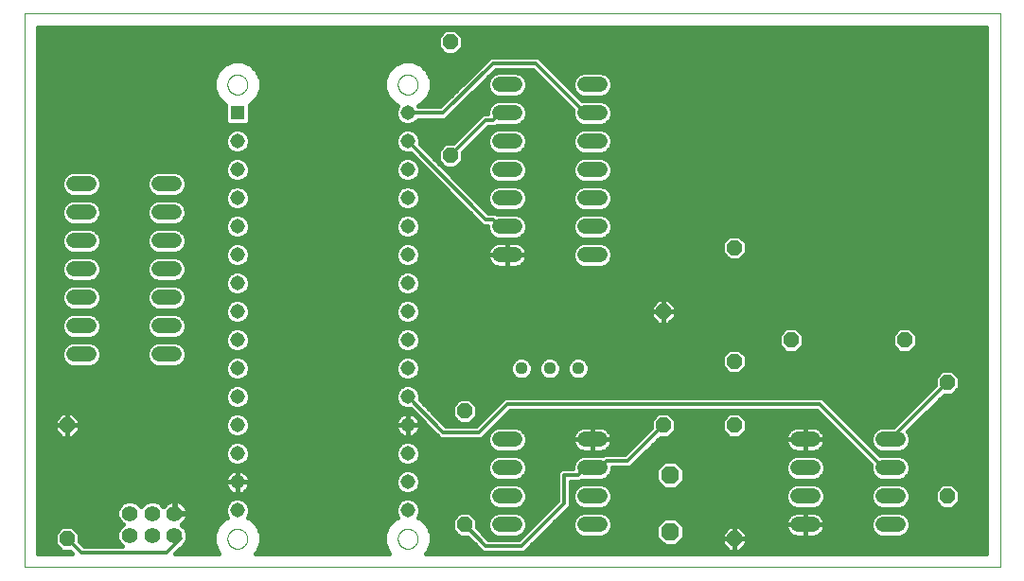
<source format=gtl>
G75*
%MOIN*%
%OFA0B0*%
%FSLAX25Y25*%
%IPPOS*%
%LPD*%
%AMOC8*
5,1,8,0,0,1.08239X$1,22.5*
%
%ADD10C,0.00000*%
%ADD11R,0.05150X0.05150*%
%ADD12C,0.05150*%
%ADD13OC8,0.06300*%
%ADD14C,0.05200*%
%ADD15OC8,0.05200*%
%ADD16C,0.04400*%
%ADD17C,0.05543*%
%ADD18C,0.01600*%
%ADD19C,0.01200*%
D10*
X0006800Y0010705D02*
X0006800Y0205665D01*
X0350501Y0205665D01*
X0350501Y0010705D01*
X0006800Y0010705D01*
X0078300Y0020705D02*
X0078302Y0020823D01*
X0078308Y0020941D01*
X0078318Y0021059D01*
X0078332Y0021176D01*
X0078350Y0021293D01*
X0078372Y0021410D01*
X0078397Y0021525D01*
X0078427Y0021639D01*
X0078461Y0021753D01*
X0078498Y0021865D01*
X0078539Y0021976D01*
X0078584Y0022085D01*
X0078632Y0022193D01*
X0078684Y0022299D01*
X0078740Y0022404D01*
X0078799Y0022506D01*
X0078861Y0022606D01*
X0078927Y0022704D01*
X0078996Y0022800D01*
X0079069Y0022894D01*
X0079144Y0022985D01*
X0079223Y0023073D01*
X0079304Y0023159D01*
X0079389Y0023242D01*
X0079476Y0023322D01*
X0079565Y0023399D01*
X0079658Y0023473D01*
X0079752Y0023543D01*
X0079849Y0023611D01*
X0079949Y0023675D01*
X0080050Y0023736D01*
X0080153Y0023793D01*
X0080259Y0023847D01*
X0080366Y0023898D01*
X0080474Y0023944D01*
X0080584Y0023987D01*
X0080696Y0024026D01*
X0080809Y0024062D01*
X0080923Y0024093D01*
X0081038Y0024121D01*
X0081153Y0024145D01*
X0081270Y0024165D01*
X0081387Y0024181D01*
X0081505Y0024193D01*
X0081623Y0024201D01*
X0081741Y0024205D01*
X0081859Y0024205D01*
X0081977Y0024201D01*
X0082095Y0024193D01*
X0082213Y0024181D01*
X0082330Y0024165D01*
X0082447Y0024145D01*
X0082562Y0024121D01*
X0082677Y0024093D01*
X0082791Y0024062D01*
X0082904Y0024026D01*
X0083016Y0023987D01*
X0083126Y0023944D01*
X0083234Y0023898D01*
X0083341Y0023847D01*
X0083447Y0023793D01*
X0083550Y0023736D01*
X0083651Y0023675D01*
X0083751Y0023611D01*
X0083848Y0023543D01*
X0083942Y0023473D01*
X0084035Y0023399D01*
X0084124Y0023322D01*
X0084211Y0023242D01*
X0084296Y0023159D01*
X0084377Y0023073D01*
X0084456Y0022985D01*
X0084531Y0022894D01*
X0084604Y0022800D01*
X0084673Y0022704D01*
X0084739Y0022606D01*
X0084801Y0022506D01*
X0084860Y0022404D01*
X0084916Y0022299D01*
X0084968Y0022193D01*
X0085016Y0022085D01*
X0085061Y0021976D01*
X0085102Y0021865D01*
X0085139Y0021753D01*
X0085173Y0021639D01*
X0085203Y0021525D01*
X0085228Y0021410D01*
X0085250Y0021293D01*
X0085268Y0021176D01*
X0085282Y0021059D01*
X0085292Y0020941D01*
X0085298Y0020823D01*
X0085300Y0020705D01*
X0085298Y0020587D01*
X0085292Y0020469D01*
X0085282Y0020351D01*
X0085268Y0020234D01*
X0085250Y0020117D01*
X0085228Y0020000D01*
X0085203Y0019885D01*
X0085173Y0019771D01*
X0085139Y0019657D01*
X0085102Y0019545D01*
X0085061Y0019434D01*
X0085016Y0019325D01*
X0084968Y0019217D01*
X0084916Y0019111D01*
X0084860Y0019006D01*
X0084801Y0018904D01*
X0084739Y0018804D01*
X0084673Y0018706D01*
X0084604Y0018610D01*
X0084531Y0018516D01*
X0084456Y0018425D01*
X0084377Y0018337D01*
X0084296Y0018251D01*
X0084211Y0018168D01*
X0084124Y0018088D01*
X0084035Y0018011D01*
X0083942Y0017937D01*
X0083848Y0017867D01*
X0083751Y0017799D01*
X0083651Y0017735D01*
X0083550Y0017674D01*
X0083447Y0017617D01*
X0083341Y0017563D01*
X0083234Y0017512D01*
X0083126Y0017466D01*
X0083016Y0017423D01*
X0082904Y0017384D01*
X0082791Y0017348D01*
X0082677Y0017317D01*
X0082562Y0017289D01*
X0082447Y0017265D01*
X0082330Y0017245D01*
X0082213Y0017229D01*
X0082095Y0017217D01*
X0081977Y0017209D01*
X0081859Y0017205D01*
X0081741Y0017205D01*
X0081623Y0017209D01*
X0081505Y0017217D01*
X0081387Y0017229D01*
X0081270Y0017245D01*
X0081153Y0017265D01*
X0081038Y0017289D01*
X0080923Y0017317D01*
X0080809Y0017348D01*
X0080696Y0017384D01*
X0080584Y0017423D01*
X0080474Y0017466D01*
X0080366Y0017512D01*
X0080259Y0017563D01*
X0080153Y0017617D01*
X0080050Y0017674D01*
X0079949Y0017735D01*
X0079849Y0017799D01*
X0079752Y0017867D01*
X0079658Y0017937D01*
X0079565Y0018011D01*
X0079476Y0018088D01*
X0079389Y0018168D01*
X0079304Y0018251D01*
X0079223Y0018337D01*
X0079144Y0018425D01*
X0079069Y0018516D01*
X0078996Y0018610D01*
X0078927Y0018706D01*
X0078861Y0018804D01*
X0078799Y0018904D01*
X0078740Y0019006D01*
X0078684Y0019111D01*
X0078632Y0019217D01*
X0078584Y0019325D01*
X0078539Y0019434D01*
X0078498Y0019545D01*
X0078461Y0019657D01*
X0078427Y0019771D01*
X0078397Y0019885D01*
X0078372Y0020000D01*
X0078350Y0020117D01*
X0078332Y0020234D01*
X0078318Y0020351D01*
X0078308Y0020469D01*
X0078302Y0020587D01*
X0078300Y0020705D01*
X0138300Y0020705D02*
X0138302Y0020823D01*
X0138308Y0020941D01*
X0138318Y0021059D01*
X0138332Y0021176D01*
X0138350Y0021293D01*
X0138372Y0021410D01*
X0138397Y0021525D01*
X0138427Y0021639D01*
X0138461Y0021753D01*
X0138498Y0021865D01*
X0138539Y0021976D01*
X0138584Y0022085D01*
X0138632Y0022193D01*
X0138684Y0022299D01*
X0138740Y0022404D01*
X0138799Y0022506D01*
X0138861Y0022606D01*
X0138927Y0022704D01*
X0138996Y0022800D01*
X0139069Y0022894D01*
X0139144Y0022985D01*
X0139223Y0023073D01*
X0139304Y0023159D01*
X0139389Y0023242D01*
X0139476Y0023322D01*
X0139565Y0023399D01*
X0139658Y0023473D01*
X0139752Y0023543D01*
X0139849Y0023611D01*
X0139949Y0023675D01*
X0140050Y0023736D01*
X0140153Y0023793D01*
X0140259Y0023847D01*
X0140366Y0023898D01*
X0140474Y0023944D01*
X0140584Y0023987D01*
X0140696Y0024026D01*
X0140809Y0024062D01*
X0140923Y0024093D01*
X0141038Y0024121D01*
X0141153Y0024145D01*
X0141270Y0024165D01*
X0141387Y0024181D01*
X0141505Y0024193D01*
X0141623Y0024201D01*
X0141741Y0024205D01*
X0141859Y0024205D01*
X0141977Y0024201D01*
X0142095Y0024193D01*
X0142213Y0024181D01*
X0142330Y0024165D01*
X0142447Y0024145D01*
X0142562Y0024121D01*
X0142677Y0024093D01*
X0142791Y0024062D01*
X0142904Y0024026D01*
X0143016Y0023987D01*
X0143126Y0023944D01*
X0143234Y0023898D01*
X0143341Y0023847D01*
X0143447Y0023793D01*
X0143550Y0023736D01*
X0143651Y0023675D01*
X0143751Y0023611D01*
X0143848Y0023543D01*
X0143942Y0023473D01*
X0144035Y0023399D01*
X0144124Y0023322D01*
X0144211Y0023242D01*
X0144296Y0023159D01*
X0144377Y0023073D01*
X0144456Y0022985D01*
X0144531Y0022894D01*
X0144604Y0022800D01*
X0144673Y0022704D01*
X0144739Y0022606D01*
X0144801Y0022506D01*
X0144860Y0022404D01*
X0144916Y0022299D01*
X0144968Y0022193D01*
X0145016Y0022085D01*
X0145061Y0021976D01*
X0145102Y0021865D01*
X0145139Y0021753D01*
X0145173Y0021639D01*
X0145203Y0021525D01*
X0145228Y0021410D01*
X0145250Y0021293D01*
X0145268Y0021176D01*
X0145282Y0021059D01*
X0145292Y0020941D01*
X0145298Y0020823D01*
X0145300Y0020705D01*
X0145298Y0020587D01*
X0145292Y0020469D01*
X0145282Y0020351D01*
X0145268Y0020234D01*
X0145250Y0020117D01*
X0145228Y0020000D01*
X0145203Y0019885D01*
X0145173Y0019771D01*
X0145139Y0019657D01*
X0145102Y0019545D01*
X0145061Y0019434D01*
X0145016Y0019325D01*
X0144968Y0019217D01*
X0144916Y0019111D01*
X0144860Y0019006D01*
X0144801Y0018904D01*
X0144739Y0018804D01*
X0144673Y0018706D01*
X0144604Y0018610D01*
X0144531Y0018516D01*
X0144456Y0018425D01*
X0144377Y0018337D01*
X0144296Y0018251D01*
X0144211Y0018168D01*
X0144124Y0018088D01*
X0144035Y0018011D01*
X0143942Y0017937D01*
X0143848Y0017867D01*
X0143751Y0017799D01*
X0143651Y0017735D01*
X0143550Y0017674D01*
X0143447Y0017617D01*
X0143341Y0017563D01*
X0143234Y0017512D01*
X0143126Y0017466D01*
X0143016Y0017423D01*
X0142904Y0017384D01*
X0142791Y0017348D01*
X0142677Y0017317D01*
X0142562Y0017289D01*
X0142447Y0017265D01*
X0142330Y0017245D01*
X0142213Y0017229D01*
X0142095Y0017217D01*
X0141977Y0017209D01*
X0141859Y0017205D01*
X0141741Y0017205D01*
X0141623Y0017209D01*
X0141505Y0017217D01*
X0141387Y0017229D01*
X0141270Y0017245D01*
X0141153Y0017265D01*
X0141038Y0017289D01*
X0140923Y0017317D01*
X0140809Y0017348D01*
X0140696Y0017384D01*
X0140584Y0017423D01*
X0140474Y0017466D01*
X0140366Y0017512D01*
X0140259Y0017563D01*
X0140153Y0017617D01*
X0140050Y0017674D01*
X0139949Y0017735D01*
X0139849Y0017799D01*
X0139752Y0017867D01*
X0139658Y0017937D01*
X0139565Y0018011D01*
X0139476Y0018088D01*
X0139389Y0018168D01*
X0139304Y0018251D01*
X0139223Y0018337D01*
X0139144Y0018425D01*
X0139069Y0018516D01*
X0138996Y0018610D01*
X0138927Y0018706D01*
X0138861Y0018804D01*
X0138799Y0018904D01*
X0138740Y0019006D01*
X0138684Y0019111D01*
X0138632Y0019217D01*
X0138584Y0019325D01*
X0138539Y0019434D01*
X0138498Y0019545D01*
X0138461Y0019657D01*
X0138427Y0019771D01*
X0138397Y0019885D01*
X0138372Y0020000D01*
X0138350Y0020117D01*
X0138332Y0020234D01*
X0138318Y0020351D01*
X0138308Y0020469D01*
X0138302Y0020587D01*
X0138300Y0020705D01*
X0138300Y0180705D02*
X0138302Y0180823D01*
X0138308Y0180941D01*
X0138318Y0181059D01*
X0138332Y0181176D01*
X0138350Y0181293D01*
X0138372Y0181410D01*
X0138397Y0181525D01*
X0138427Y0181639D01*
X0138461Y0181753D01*
X0138498Y0181865D01*
X0138539Y0181976D01*
X0138584Y0182085D01*
X0138632Y0182193D01*
X0138684Y0182299D01*
X0138740Y0182404D01*
X0138799Y0182506D01*
X0138861Y0182606D01*
X0138927Y0182704D01*
X0138996Y0182800D01*
X0139069Y0182894D01*
X0139144Y0182985D01*
X0139223Y0183073D01*
X0139304Y0183159D01*
X0139389Y0183242D01*
X0139476Y0183322D01*
X0139565Y0183399D01*
X0139658Y0183473D01*
X0139752Y0183543D01*
X0139849Y0183611D01*
X0139949Y0183675D01*
X0140050Y0183736D01*
X0140153Y0183793D01*
X0140259Y0183847D01*
X0140366Y0183898D01*
X0140474Y0183944D01*
X0140584Y0183987D01*
X0140696Y0184026D01*
X0140809Y0184062D01*
X0140923Y0184093D01*
X0141038Y0184121D01*
X0141153Y0184145D01*
X0141270Y0184165D01*
X0141387Y0184181D01*
X0141505Y0184193D01*
X0141623Y0184201D01*
X0141741Y0184205D01*
X0141859Y0184205D01*
X0141977Y0184201D01*
X0142095Y0184193D01*
X0142213Y0184181D01*
X0142330Y0184165D01*
X0142447Y0184145D01*
X0142562Y0184121D01*
X0142677Y0184093D01*
X0142791Y0184062D01*
X0142904Y0184026D01*
X0143016Y0183987D01*
X0143126Y0183944D01*
X0143234Y0183898D01*
X0143341Y0183847D01*
X0143447Y0183793D01*
X0143550Y0183736D01*
X0143651Y0183675D01*
X0143751Y0183611D01*
X0143848Y0183543D01*
X0143942Y0183473D01*
X0144035Y0183399D01*
X0144124Y0183322D01*
X0144211Y0183242D01*
X0144296Y0183159D01*
X0144377Y0183073D01*
X0144456Y0182985D01*
X0144531Y0182894D01*
X0144604Y0182800D01*
X0144673Y0182704D01*
X0144739Y0182606D01*
X0144801Y0182506D01*
X0144860Y0182404D01*
X0144916Y0182299D01*
X0144968Y0182193D01*
X0145016Y0182085D01*
X0145061Y0181976D01*
X0145102Y0181865D01*
X0145139Y0181753D01*
X0145173Y0181639D01*
X0145203Y0181525D01*
X0145228Y0181410D01*
X0145250Y0181293D01*
X0145268Y0181176D01*
X0145282Y0181059D01*
X0145292Y0180941D01*
X0145298Y0180823D01*
X0145300Y0180705D01*
X0145298Y0180587D01*
X0145292Y0180469D01*
X0145282Y0180351D01*
X0145268Y0180234D01*
X0145250Y0180117D01*
X0145228Y0180000D01*
X0145203Y0179885D01*
X0145173Y0179771D01*
X0145139Y0179657D01*
X0145102Y0179545D01*
X0145061Y0179434D01*
X0145016Y0179325D01*
X0144968Y0179217D01*
X0144916Y0179111D01*
X0144860Y0179006D01*
X0144801Y0178904D01*
X0144739Y0178804D01*
X0144673Y0178706D01*
X0144604Y0178610D01*
X0144531Y0178516D01*
X0144456Y0178425D01*
X0144377Y0178337D01*
X0144296Y0178251D01*
X0144211Y0178168D01*
X0144124Y0178088D01*
X0144035Y0178011D01*
X0143942Y0177937D01*
X0143848Y0177867D01*
X0143751Y0177799D01*
X0143651Y0177735D01*
X0143550Y0177674D01*
X0143447Y0177617D01*
X0143341Y0177563D01*
X0143234Y0177512D01*
X0143126Y0177466D01*
X0143016Y0177423D01*
X0142904Y0177384D01*
X0142791Y0177348D01*
X0142677Y0177317D01*
X0142562Y0177289D01*
X0142447Y0177265D01*
X0142330Y0177245D01*
X0142213Y0177229D01*
X0142095Y0177217D01*
X0141977Y0177209D01*
X0141859Y0177205D01*
X0141741Y0177205D01*
X0141623Y0177209D01*
X0141505Y0177217D01*
X0141387Y0177229D01*
X0141270Y0177245D01*
X0141153Y0177265D01*
X0141038Y0177289D01*
X0140923Y0177317D01*
X0140809Y0177348D01*
X0140696Y0177384D01*
X0140584Y0177423D01*
X0140474Y0177466D01*
X0140366Y0177512D01*
X0140259Y0177563D01*
X0140153Y0177617D01*
X0140050Y0177674D01*
X0139949Y0177735D01*
X0139849Y0177799D01*
X0139752Y0177867D01*
X0139658Y0177937D01*
X0139565Y0178011D01*
X0139476Y0178088D01*
X0139389Y0178168D01*
X0139304Y0178251D01*
X0139223Y0178337D01*
X0139144Y0178425D01*
X0139069Y0178516D01*
X0138996Y0178610D01*
X0138927Y0178706D01*
X0138861Y0178804D01*
X0138799Y0178904D01*
X0138740Y0179006D01*
X0138684Y0179111D01*
X0138632Y0179217D01*
X0138584Y0179325D01*
X0138539Y0179434D01*
X0138498Y0179545D01*
X0138461Y0179657D01*
X0138427Y0179771D01*
X0138397Y0179885D01*
X0138372Y0180000D01*
X0138350Y0180117D01*
X0138332Y0180234D01*
X0138318Y0180351D01*
X0138308Y0180469D01*
X0138302Y0180587D01*
X0138300Y0180705D01*
X0078300Y0180705D02*
X0078302Y0180823D01*
X0078308Y0180941D01*
X0078318Y0181059D01*
X0078332Y0181176D01*
X0078350Y0181293D01*
X0078372Y0181410D01*
X0078397Y0181525D01*
X0078427Y0181639D01*
X0078461Y0181753D01*
X0078498Y0181865D01*
X0078539Y0181976D01*
X0078584Y0182085D01*
X0078632Y0182193D01*
X0078684Y0182299D01*
X0078740Y0182404D01*
X0078799Y0182506D01*
X0078861Y0182606D01*
X0078927Y0182704D01*
X0078996Y0182800D01*
X0079069Y0182894D01*
X0079144Y0182985D01*
X0079223Y0183073D01*
X0079304Y0183159D01*
X0079389Y0183242D01*
X0079476Y0183322D01*
X0079565Y0183399D01*
X0079658Y0183473D01*
X0079752Y0183543D01*
X0079849Y0183611D01*
X0079949Y0183675D01*
X0080050Y0183736D01*
X0080153Y0183793D01*
X0080259Y0183847D01*
X0080366Y0183898D01*
X0080474Y0183944D01*
X0080584Y0183987D01*
X0080696Y0184026D01*
X0080809Y0184062D01*
X0080923Y0184093D01*
X0081038Y0184121D01*
X0081153Y0184145D01*
X0081270Y0184165D01*
X0081387Y0184181D01*
X0081505Y0184193D01*
X0081623Y0184201D01*
X0081741Y0184205D01*
X0081859Y0184205D01*
X0081977Y0184201D01*
X0082095Y0184193D01*
X0082213Y0184181D01*
X0082330Y0184165D01*
X0082447Y0184145D01*
X0082562Y0184121D01*
X0082677Y0184093D01*
X0082791Y0184062D01*
X0082904Y0184026D01*
X0083016Y0183987D01*
X0083126Y0183944D01*
X0083234Y0183898D01*
X0083341Y0183847D01*
X0083447Y0183793D01*
X0083550Y0183736D01*
X0083651Y0183675D01*
X0083751Y0183611D01*
X0083848Y0183543D01*
X0083942Y0183473D01*
X0084035Y0183399D01*
X0084124Y0183322D01*
X0084211Y0183242D01*
X0084296Y0183159D01*
X0084377Y0183073D01*
X0084456Y0182985D01*
X0084531Y0182894D01*
X0084604Y0182800D01*
X0084673Y0182704D01*
X0084739Y0182606D01*
X0084801Y0182506D01*
X0084860Y0182404D01*
X0084916Y0182299D01*
X0084968Y0182193D01*
X0085016Y0182085D01*
X0085061Y0181976D01*
X0085102Y0181865D01*
X0085139Y0181753D01*
X0085173Y0181639D01*
X0085203Y0181525D01*
X0085228Y0181410D01*
X0085250Y0181293D01*
X0085268Y0181176D01*
X0085282Y0181059D01*
X0085292Y0180941D01*
X0085298Y0180823D01*
X0085300Y0180705D01*
X0085298Y0180587D01*
X0085292Y0180469D01*
X0085282Y0180351D01*
X0085268Y0180234D01*
X0085250Y0180117D01*
X0085228Y0180000D01*
X0085203Y0179885D01*
X0085173Y0179771D01*
X0085139Y0179657D01*
X0085102Y0179545D01*
X0085061Y0179434D01*
X0085016Y0179325D01*
X0084968Y0179217D01*
X0084916Y0179111D01*
X0084860Y0179006D01*
X0084801Y0178904D01*
X0084739Y0178804D01*
X0084673Y0178706D01*
X0084604Y0178610D01*
X0084531Y0178516D01*
X0084456Y0178425D01*
X0084377Y0178337D01*
X0084296Y0178251D01*
X0084211Y0178168D01*
X0084124Y0178088D01*
X0084035Y0178011D01*
X0083942Y0177937D01*
X0083848Y0177867D01*
X0083751Y0177799D01*
X0083651Y0177735D01*
X0083550Y0177674D01*
X0083447Y0177617D01*
X0083341Y0177563D01*
X0083234Y0177512D01*
X0083126Y0177466D01*
X0083016Y0177423D01*
X0082904Y0177384D01*
X0082791Y0177348D01*
X0082677Y0177317D01*
X0082562Y0177289D01*
X0082447Y0177265D01*
X0082330Y0177245D01*
X0082213Y0177229D01*
X0082095Y0177217D01*
X0081977Y0177209D01*
X0081859Y0177205D01*
X0081741Y0177205D01*
X0081623Y0177209D01*
X0081505Y0177217D01*
X0081387Y0177229D01*
X0081270Y0177245D01*
X0081153Y0177265D01*
X0081038Y0177289D01*
X0080923Y0177317D01*
X0080809Y0177348D01*
X0080696Y0177384D01*
X0080584Y0177423D01*
X0080474Y0177466D01*
X0080366Y0177512D01*
X0080259Y0177563D01*
X0080153Y0177617D01*
X0080050Y0177674D01*
X0079949Y0177735D01*
X0079849Y0177799D01*
X0079752Y0177867D01*
X0079658Y0177937D01*
X0079565Y0178011D01*
X0079476Y0178088D01*
X0079389Y0178168D01*
X0079304Y0178251D01*
X0079223Y0178337D01*
X0079144Y0178425D01*
X0079069Y0178516D01*
X0078996Y0178610D01*
X0078927Y0178706D01*
X0078861Y0178804D01*
X0078799Y0178904D01*
X0078740Y0179006D01*
X0078684Y0179111D01*
X0078632Y0179217D01*
X0078584Y0179325D01*
X0078539Y0179434D01*
X0078498Y0179545D01*
X0078461Y0179657D01*
X0078427Y0179771D01*
X0078397Y0179885D01*
X0078372Y0180000D01*
X0078350Y0180117D01*
X0078332Y0180234D01*
X0078318Y0180351D01*
X0078308Y0180469D01*
X0078302Y0180587D01*
X0078300Y0180705D01*
D11*
X0081800Y0170705D03*
D12*
X0081800Y0160705D03*
X0081800Y0150705D03*
X0081800Y0140705D03*
X0081800Y0130705D03*
X0081800Y0120705D03*
X0081800Y0110705D03*
X0081800Y0100705D03*
X0081800Y0090705D03*
X0081800Y0080705D03*
X0081800Y0070705D03*
X0081800Y0060705D03*
X0081800Y0050705D03*
X0081800Y0040705D03*
X0081800Y0030705D03*
X0141800Y0030705D03*
X0141800Y0040705D03*
X0141800Y0050705D03*
X0141800Y0060705D03*
X0141800Y0070705D03*
X0141800Y0080705D03*
X0141800Y0090705D03*
X0141800Y0100705D03*
X0141800Y0110705D03*
X0141800Y0120705D03*
X0141800Y0130705D03*
X0141800Y0140705D03*
X0141800Y0150705D03*
X0141800Y0160705D03*
X0141800Y0170705D03*
D13*
X0234300Y0043205D03*
X0234300Y0023205D03*
D14*
X0209400Y0025705D02*
X0204200Y0025705D01*
X0204200Y0035705D02*
X0209400Y0035705D01*
X0209400Y0045705D02*
X0204200Y0045705D01*
X0204200Y0055705D02*
X0209400Y0055705D01*
X0179400Y0055705D02*
X0174200Y0055705D01*
X0174200Y0045705D02*
X0179400Y0045705D01*
X0179400Y0035705D02*
X0174200Y0035705D01*
X0174200Y0025705D02*
X0179400Y0025705D01*
X0279200Y0025705D02*
X0284400Y0025705D01*
X0284400Y0035705D02*
X0279200Y0035705D01*
X0279200Y0045705D02*
X0284400Y0045705D01*
X0284400Y0055705D02*
X0279200Y0055705D01*
X0309200Y0055705D02*
X0314400Y0055705D01*
X0314400Y0045705D02*
X0309200Y0045705D01*
X0309200Y0035705D02*
X0314400Y0035705D01*
X0314400Y0025705D02*
X0309200Y0025705D01*
X0209400Y0120705D02*
X0204200Y0120705D01*
X0204200Y0130705D02*
X0209400Y0130705D01*
X0209400Y0140705D02*
X0204200Y0140705D01*
X0204200Y0150705D02*
X0209400Y0150705D01*
X0209400Y0160705D02*
X0204200Y0160705D01*
X0204200Y0170705D02*
X0209400Y0170705D01*
X0209400Y0180705D02*
X0204200Y0180705D01*
X0179400Y0180705D02*
X0174200Y0180705D01*
X0174200Y0170705D02*
X0179400Y0170705D01*
X0179400Y0160705D02*
X0174200Y0160705D01*
X0174200Y0150705D02*
X0179400Y0150705D01*
X0179400Y0140705D02*
X0174200Y0140705D01*
X0174200Y0130705D02*
X0179400Y0130705D01*
X0179400Y0120705D02*
X0174200Y0120705D01*
X0059400Y0125705D02*
X0054200Y0125705D01*
X0054200Y0135705D02*
X0059400Y0135705D01*
X0059400Y0145705D02*
X0054200Y0145705D01*
X0029400Y0145705D02*
X0024200Y0145705D01*
X0024200Y0135705D02*
X0029400Y0135705D01*
X0029400Y0125705D02*
X0024200Y0125705D01*
X0024200Y0115705D02*
X0029400Y0115705D01*
X0029400Y0105705D02*
X0024200Y0105705D01*
X0024200Y0095705D02*
X0029400Y0095705D01*
X0029400Y0085705D02*
X0024200Y0085705D01*
X0054200Y0085705D02*
X0059400Y0085705D01*
X0059400Y0095705D02*
X0054200Y0095705D01*
X0054200Y0105705D02*
X0059400Y0105705D01*
X0059400Y0115705D02*
X0054200Y0115705D01*
D15*
X0021800Y0060705D03*
X0021800Y0020705D03*
X0161800Y0025705D03*
X0161800Y0065705D03*
X0231800Y0060705D03*
X0256800Y0060705D03*
X0256800Y0083205D03*
X0276800Y0090705D03*
X0316800Y0090705D03*
X0331800Y0075705D03*
X0331800Y0035705D03*
X0256800Y0020705D03*
X0231800Y0100705D03*
X0256800Y0123205D03*
X0156800Y0155705D03*
X0156800Y0195705D03*
D16*
X0181800Y0080705D03*
X0191800Y0080705D03*
X0201800Y0080705D03*
D17*
X0059674Y0029642D03*
X0051800Y0029642D03*
X0043926Y0029642D03*
X0043926Y0021768D03*
X0051800Y0021768D03*
X0059674Y0021768D03*
D18*
X0063908Y0023493D02*
X0073971Y0023493D01*
X0073500Y0022356D02*
X0074764Y0025406D01*
X0077098Y0027741D01*
X0078144Y0028174D01*
X0078091Y0028227D01*
X0077425Y0029835D01*
X0077425Y0031575D01*
X0078091Y0033183D01*
X0079322Y0034413D01*
X0080930Y0035080D01*
X0082670Y0035080D01*
X0084278Y0034413D01*
X0085509Y0033183D01*
X0086175Y0031575D01*
X0086175Y0029835D01*
X0085509Y0028227D01*
X0085456Y0028174D01*
X0086502Y0027741D01*
X0088836Y0025406D01*
X0090100Y0022356D01*
X0090100Y0019054D01*
X0088836Y0016003D01*
X0088338Y0015505D01*
X0135262Y0015505D01*
X0134764Y0016003D01*
X0133500Y0019054D01*
X0133500Y0022356D01*
X0134764Y0025406D01*
X0137098Y0027741D01*
X0138144Y0028174D01*
X0138091Y0028227D01*
X0137425Y0029835D01*
X0137425Y0031575D01*
X0138091Y0033183D01*
X0139322Y0034413D01*
X0140930Y0035080D01*
X0142670Y0035080D01*
X0144278Y0034413D01*
X0145509Y0033183D01*
X0146175Y0031575D01*
X0146175Y0029835D01*
X0145509Y0028227D01*
X0145456Y0028174D01*
X0146502Y0027741D01*
X0148836Y0025406D01*
X0150100Y0022356D01*
X0150100Y0019054D01*
X0148836Y0016003D01*
X0148338Y0015505D01*
X0345701Y0015505D01*
X0345701Y0200865D01*
X0011600Y0200865D01*
X0011600Y0015505D01*
X0023606Y0015505D01*
X0022806Y0016305D01*
X0019977Y0016305D01*
X0017400Y0018882D01*
X0017400Y0022527D01*
X0019977Y0025105D01*
X0023623Y0025105D01*
X0026200Y0022527D01*
X0026200Y0019699D01*
X0027794Y0018105D01*
X0041124Y0018105D01*
X0040050Y0019178D01*
X0039354Y0020858D01*
X0039354Y0022677D01*
X0040050Y0024357D01*
X0041336Y0025643D01*
X0041484Y0025705D01*
X0041336Y0025766D01*
X0040050Y0027052D01*
X0039354Y0028732D01*
X0039354Y0030551D01*
X0040050Y0032231D01*
X0041336Y0033517D01*
X0043017Y0034213D01*
X0044835Y0034213D01*
X0046516Y0033517D01*
X0047802Y0032231D01*
X0047863Y0032083D01*
X0047924Y0032231D01*
X0049210Y0033517D01*
X0050891Y0034213D01*
X0052709Y0034213D01*
X0054390Y0033517D01*
X0055676Y0032231D01*
X0055759Y0032029D01*
X0055764Y0032038D01*
X0056187Y0032620D01*
X0056696Y0033129D01*
X0057278Y0033552D01*
X0057919Y0033878D01*
X0058603Y0034101D01*
X0059314Y0034213D01*
X0059588Y0034213D01*
X0059588Y0029728D01*
X0059760Y0029728D01*
X0059760Y0034213D01*
X0060034Y0034213D01*
X0060745Y0034101D01*
X0061429Y0033878D01*
X0062070Y0033552D01*
X0062652Y0033129D01*
X0063161Y0032620D01*
X0063584Y0032038D01*
X0063911Y0031397D01*
X0064133Y0030712D01*
X0064246Y0030002D01*
X0064246Y0029728D01*
X0059760Y0029728D01*
X0059760Y0029556D01*
X0064246Y0029556D01*
X0064246Y0029282D01*
X0064133Y0028571D01*
X0063911Y0027887D01*
X0063584Y0027246D01*
X0063161Y0026663D01*
X0062652Y0026155D01*
X0062070Y0025732D01*
X0062061Y0025727D01*
X0062264Y0025643D01*
X0063550Y0024357D01*
X0064246Y0022677D01*
X0064246Y0020858D01*
X0064211Y0020775D01*
X0064200Y0020620D01*
X0064200Y0020227D01*
X0064166Y0020146D01*
X0064160Y0020058D01*
X0063985Y0019708D01*
X0063835Y0019345D01*
X0063772Y0019283D01*
X0063733Y0019204D01*
X0063437Y0018947D01*
X0059994Y0015505D01*
X0075262Y0015505D01*
X0074764Y0016003D01*
X0073500Y0019054D01*
X0073500Y0022356D01*
X0073500Y0021894D02*
X0064246Y0021894D01*
X0064200Y0020296D02*
X0073500Y0020296D01*
X0073648Y0018697D02*
X0063187Y0018697D01*
X0061588Y0017099D02*
X0074310Y0017099D01*
X0074633Y0025091D02*
X0062816Y0025091D01*
X0063180Y0026690D02*
X0076047Y0026690D01*
X0078066Y0028288D02*
X0064041Y0028288D01*
X0064246Y0029887D02*
X0077425Y0029887D01*
X0077425Y0031485D02*
X0063866Y0031485D01*
X0062697Y0033084D02*
X0078050Y0033084D01*
X0079971Y0034682D02*
X0011600Y0034682D01*
X0011600Y0033084D02*
X0040903Y0033084D01*
X0039741Y0031485D02*
X0011600Y0031485D01*
X0011600Y0029887D02*
X0039354Y0029887D01*
X0039538Y0028288D02*
X0011600Y0028288D01*
X0011600Y0026690D02*
X0040413Y0026690D01*
X0040784Y0025091D02*
X0023636Y0025091D01*
X0025234Y0023493D02*
X0039692Y0023493D01*
X0039354Y0021894D02*
X0026200Y0021894D01*
X0026200Y0020296D02*
X0039587Y0020296D01*
X0040531Y0018697D02*
X0027202Y0018697D01*
X0019183Y0017099D02*
X0011600Y0017099D01*
X0011600Y0018697D02*
X0017585Y0018697D01*
X0017400Y0020296D02*
X0011600Y0020296D01*
X0011600Y0021894D02*
X0017400Y0021894D01*
X0018366Y0023493D02*
X0011600Y0023493D01*
X0011600Y0025091D02*
X0019964Y0025091D01*
X0011600Y0036281D02*
X0169800Y0036281D01*
X0169800Y0036580D02*
X0169800Y0034830D01*
X0170470Y0033212D01*
X0171708Y0031975D01*
X0173325Y0031305D01*
X0180275Y0031305D01*
X0181892Y0031975D01*
X0183130Y0033212D01*
X0183800Y0034830D01*
X0183800Y0036580D01*
X0183130Y0038197D01*
X0181892Y0039435D01*
X0180275Y0040105D01*
X0173325Y0040105D01*
X0171708Y0039435D01*
X0170470Y0038197D01*
X0169800Y0036580D01*
X0170338Y0037879D02*
X0145162Y0037879D01*
X0145509Y0038227D02*
X0146175Y0039835D01*
X0146175Y0041575D01*
X0145509Y0043183D01*
X0144278Y0044413D01*
X0142670Y0045080D01*
X0140930Y0045080D01*
X0139322Y0044413D01*
X0138091Y0043183D01*
X0137425Y0041575D01*
X0137425Y0039835D01*
X0138091Y0038227D01*
X0139322Y0036996D01*
X0140930Y0036330D01*
X0142670Y0036330D01*
X0144278Y0036996D01*
X0145509Y0038227D01*
X0146027Y0039478D02*
X0171812Y0039478D01*
X0173325Y0041305D02*
X0171708Y0041975D01*
X0170470Y0043212D01*
X0169800Y0044830D01*
X0169800Y0046580D01*
X0170470Y0048197D01*
X0171708Y0049435D01*
X0173325Y0050105D01*
X0180275Y0050105D01*
X0181892Y0049435D01*
X0183130Y0048197D01*
X0183800Y0046580D01*
X0183800Y0044830D01*
X0183130Y0043212D01*
X0181892Y0041975D01*
X0180275Y0041305D01*
X0173325Y0041305D01*
X0171007Y0042675D02*
X0145719Y0042675D01*
X0146175Y0041076D02*
X0194400Y0041076D01*
X0194400Y0039478D02*
X0181788Y0039478D01*
X0183262Y0037879D02*
X0194400Y0037879D01*
X0194400Y0036281D02*
X0183800Y0036281D01*
X0183739Y0034682D02*
X0194400Y0034682D01*
X0194400Y0034199D02*
X0180806Y0020605D01*
X0170294Y0020605D01*
X0166200Y0024699D01*
X0166200Y0027527D01*
X0163623Y0030105D01*
X0159977Y0030105D01*
X0157400Y0027527D01*
X0157400Y0023882D01*
X0159977Y0021305D01*
X0162806Y0021305D01*
X0167265Y0016845D01*
X0167941Y0016170D01*
X0168823Y0015805D01*
X0182277Y0015805D01*
X0183159Y0016170D01*
X0198159Y0031170D01*
X0198835Y0031845D01*
X0199200Y0032727D01*
X0199200Y0040805D01*
X0202277Y0040805D01*
X0203159Y0041170D01*
X0203303Y0041314D01*
X0203325Y0041305D01*
X0210275Y0041305D01*
X0211892Y0041975D01*
X0213130Y0043212D01*
X0213800Y0044830D01*
X0213800Y0045805D01*
X0219777Y0045805D01*
X0220659Y0046170D01*
X0221335Y0046845D01*
X0230794Y0056305D01*
X0233623Y0056305D01*
X0236200Y0058882D01*
X0236200Y0062527D01*
X0233623Y0065105D01*
X0229977Y0065105D01*
X0227400Y0062527D01*
X0227400Y0059699D01*
X0218306Y0050605D01*
X0211323Y0050605D01*
X0210441Y0050239D01*
X0210297Y0050096D01*
X0210275Y0050105D01*
X0203325Y0050105D01*
X0201708Y0049435D01*
X0200470Y0048197D01*
X0199800Y0046580D01*
X0199800Y0045605D01*
X0196323Y0045605D01*
X0195441Y0045239D01*
X0194765Y0044564D01*
X0194400Y0043682D01*
X0194400Y0034199D01*
X0193285Y0033084D02*
X0183002Y0033084D01*
X0180711Y0031485D02*
X0191687Y0031485D01*
X0190088Y0029887D02*
X0180801Y0029887D01*
X0180275Y0030105D02*
X0173325Y0030105D01*
X0171708Y0029435D01*
X0170470Y0028197D01*
X0169800Y0026580D01*
X0169800Y0024830D01*
X0170470Y0023212D01*
X0171708Y0021975D01*
X0173325Y0021305D01*
X0180275Y0021305D01*
X0181892Y0021975D01*
X0183130Y0023212D01*
X0183800Y0024830D01*
X0183800Y0026580D01*
X0183130Y0028197D01*
X0181892Y0029435D01*
X0180275Y0030105D01*
X0183039Y0028288D02*
X0188490Y0028288D01*
X0186891Y0026690D02*
X0183754Y0026690D01*
X0183800Y0025091D02*
X0185292Y0025091D01*
X0183694Y0023493D02*
X0183246Y0023493D01*
X0182095Y0021894D02*
X0181699Y0021894D01*
X0187285Y0020296D02*
X0230209Y0020296D01*
X0229350Y0021154D02*
X0232250Y0018255D01*
X0236350Y0018255D01*
X0239250Y0021154D01*
X0239250Y0025255D01*
X0236350Y0028155D01*
X0232250Y0028155D01*
X0229350Y0025255D01*
X0229350Y0021154D01*
X0229350Y0021894D02*
X0211699Y0021894D01*
X0211892Y0021975D02*
X0213130Y0023212D01*
X0213800Y0024830D01*
X0213800Y0026580D01*
X0213130Y0028197D01*
X0211892Y0029435D01*
X0210275Y0030105D01*
X0203325Y0030105D01*
X0201708Y0029435D01*
X0200470Y0028197D01*
X0199800Y0026580D01*
X0199800Y0024830D01*
X0200470Y0023212D01*
X0201708Y0021975D01*
X0203325Y0021305D01*
X0210275Y0021305D01*
X0211892Y0021975D01*
X0213246Y0023493D02*
X0229350Y0023493D01*
X0229350Y0025091D02*
X0213800Y0025091D01*
X0213754Y0026690D02*
X0230785Y0026690D01*
X0237815Y0026690D02*
X0274901Y0026690D01*
X0274908Y0026735D02*
X0274800Y0026051D01*
X0274800Y0025705D01*
X0281800Y0025705D01*
X0281800Y0025705D01*
X0281800Y0030105D01*
X0278854Y0030105D01*
X0278170Y0029996D01*
X0277511Y0029782D01*
X0276894Y0029468D01*
X0276334Y0029061D01*
X0275844Y0028571D01*
X0275437Y0028011D01*
X0275122Y0027394D01*
X0274908Y0026735D01*
X0274800Y0025705D02*
X0274800Y0025358D01*
X0274908Y0024674D01*
X0275122Y0024016D01*
X0275437Y0023399D01*
X0275844Y0022838D01*
X0276334Y0022349D01*
X0276894Y0021942D01*
X0277511Y0021627D01*
X0278170Y0021413D01*
X0278854Y0021305D01*
X0281800Y0021305D01*
X0284746Y0021305D01*
X0285430Y0021413D01*
X0286089Y0021627D01*
X0286706Y0021942D01*
X0287266Y0022349D01*
X0287756Y0022838D01*
X0288163Y0023399D01*
X0288478Y0024016D01*
X0288692Y0024674D01*
X0288800Y0025358D01*
X0288800Y0025705D01*
X0288800Y0026051D01*
X0288692Y0026735D01*
X0288478Y0027394D01*
X0288163Y0028011D01*
X0287756Y0028571D01*
X0287266Y0029061D01*
X0286706Y0029468D01*
X0286089Y0029782D01*
X0285430Y0029996D01*
X0284746Y0030105D01*
X0281800Y0030105D01*
X0281800Y0025705D01*
X0288800Y0025705D01*
X0281800Y0025705D01*
X0281800Y0025705D01*
X0281800Y0025705D01*
X0274800Y0025705D01*
X0274842Y0025091D02*
X0258636Y0025091D01*
X0258623Y0025105D02*
X0256800Y0025105D01*
X0254977Y0025105D01*
X0252400Y0022527D01*
X0252400Y0020705D01*
X0256800Y0020705D01*
X0256800Y0020705D01*
X0256800Y0025105D01*
X0256800Y0020705D01*
X0261200Y0020705D01*
X0261200Y0022527D01*
X0258623Y0025105D01*
X0256800Y0025091D02*
X0256800Y0025091D01*
X0256800Y0023493D02*
X0256800Y0023493D01*
X0256800Y0021894D02*
X0256800Y0021894D01*
X0256800Y0020705D02*
X0256800Y0020705D01*
X0256800Y0020705D01*
X0261200Y0020705D01*
X0261200Y0018882D01*
X0258623Y0016305D01*
X0256800Y0016305D01*
X0256800Y0020705D01*
X0252400Y0020705D01*
X0252400Y0018882D01*
X0254977Y0016305D01*
X0256800Y0016305D01*
X0256800Y0020705D01*
X0256800Y0020705D01*
X0256800Y0020296D02*
X0256800Y0020296D01*
X0256800Y0018697D02*
X0256800Y0018697D01*
X0256800Y0017099D02*
X0256800Y0017099D01*
X0259417Y0017099D02*
X0345701Y0017099D01*
X0345701Y0018697D02*
X0261015Y0018697D01*
X0261200Y0020296D02*
X0345701Y0020296D01*
X0345701Y0021894D02*
X0316699Y0021894D01*
X0316892Y0021975D02*
X0318130Y0023212D01*
X0318800Y0024830D01*
X0318800Y0026580D01*
X0318130Y0028197D01*
X0316892Y0029435D01*
X0315275Y0030105D01*
X0308325Y0030105D01*
X0306708Y0029435D01*
X0305470Y0028197D01*
X0304800Y0026580D01*
X0304800Y0024830D01*
X0305470Y0023212D01*
X0306708Y0021975D01*
X0308325Y0021305D01*
X0315275Y0021305D01*
X0316892Y0021975D01*
X0318246Y0023493D02*
X0345701Y0023493D01*
X0345701Y0025091D02*
X0318800Y0025091D01*
X0318754Y0026690D02*
X0345701Y0026690D01*
X0345701Y0028288D02*
X0318039Y0028288D01*
X0315801Y0029887D02*
X0345701Y0029887D01*
X0345701Y0031485D02*
X0333803Y0031485D01*
X0333623Y0031305D02*
X0336200Y0033882D01*
X0336200Y0037527D01*
X0333623Y0040105D01*
X0329977Y0040105D01*
X0327400Y0037527D01*
X0327400Y0033882D01*
X0329977Y0031305D01*
X0333623Y0031305D01*
X0335402Y0033084D02*
X0345701Y0033084D01*
X0345701Y0034682D02*
X0336200Y0034682D01*
X0336200Y0036281D02*
X0345701Y0036281D01*
X0345701Y0037879D02*
X0335848Y0037879D01*
X0334249Y0039478D02*
X0345701Y0039478D01*
X0345701Y0041076D02*
X0239172Y0041076D01*
X0239250Y0041154D02*
X0236350Y0038255D01*
X0232250Y0038255D01*
X0229350Y0041154D01*
X0229350Y0045255D01*
X0232250Y0048155D01*
X0236350Y0048155D01*
X0239250Y0045255D01*
X0239250Y0041154D01*
X0239250Y0042675D02*
X0276007Y0042675D01*
X0275470Y0043212D02*
X0276708Y0041975D01*
X0278325Y0041305D01*
X0285275Y0041305D01*
X0286892Y0041975D01*
X0288130Y0043212D01*
X0288800Y0044830D01*
X0288800Y0046580D01*
X0288130Y0048197D01*
X0286892Y0049435D01*
X0285275Y0050105D01*
X0278325Y0050105D01*
X0276708Y0049435D01*
X0275470Y0048197D01*
X0274800Y0046580D01*
X0274800Y0044830D01*
X0275470Y0043212D01*
X0275030Y0044273D02*
X0239250Y0044273D01*
X0238633Y0045872D02*
X0274800Y0045872D01*
X0275169Y0047470D02*
X0237035Y0047470D01*
X0231565Y0047470D02*
X0221960Y0047470D01*
X0223558Y0049069D02*
X0276342Y0049069D01*
X0277511Y0051627D02*
X0276894Y0051942D01*
X0276334Y0052349D01*
X0275844Y0052838D01*
X0275437Y0053399D01*
X0275122Y0054016D01*
X0274908Y0054674D01*
X0274800Y0055358D01*
X0274800Y0055705D01*
X0281800Y0055705D01*
X0281800Y0055705D01*
X0281800Y0060105D01*
X0278854Y0060105D01*
X0278170Y0059996D01*
X0277511Y0059782D01*
X0276894Y0059468D01*
X0276334Y0059061D01*
X0275844Y0058571D01*
X0275437Y0058011D01*
X0275122Y0057394D01*
X0274908Y0056735D01*
X0274800Y0056051D01*
X0274800Y0055705D01*
X0281800Y0055705D01*
X0281800Y0060105D01*
X0284746Y0060105D01*
X0285430Y0059996D01*
X0286089Y0059782D01*
X0286706Y0059468D01*
X0287266Y0059061D01*
X0287756Y0058571D01*
X0288163Y0058011D01*
X0288478Y0057394D01*
X0288692Y0056735D01*
X0288800Y0056051D01*
X0288800Y0055705D01*
X0281800Y0055705D01*
X0281800Y0055705D01*
X0281800Y0055705D01*
X0288800Y0055705D01*
X0288800Y0055358D01*
X0288692Y0054674D01*
X0288478Y0054016D01*
X0288163Y0053399D01*
X0287756Y0052838D01*
X0287266Y0052349D01*
X0286706Y0051942D01*
X0286089Y0051627D01*
X0285430Y0051413D01*
X0284746Y0051305D01*
X0281800Y0051305D01*
X0281800Y0055705D01*
X0281800Y0055705D01*
X0281800Y0051305D01*
X0278854Y0051305D01*
X0278170Y0051413D01*
X0277511Y0051627D01*
X0276447Y0052266D02*
X0226755Y0052266D01*
X0225157Y0050668D02*
X0300943Y0050668D01*
X0299345Y0052266D02*
X0287153Y0052266D01*
X0288401Y0053865D02*
X0297746Y0053865D01*
X0296148Y0055463D02*
X0288800Y0055463D01*
X0288586Y0057062D02*
X0294549Y0057062D01*
X0292951Y0058660D02*
X0287667Y0058660D01*
X0291352Y0060259D02*
X0261200Y0060259D01*
X0261200Y0058882D02*
X0258623Y0056305D01*
X0254977Y0056305D01*
X0252400Y0058882D01*
X0252400Y0062527D01*
X0254977Y0065105D01*
X0258623Y0065105D01*
X0261200Y0062527D01*
X0261200Y0058882D01*
X0260978Y0058660D02*
X0275933Y0058660D01*
X0275014Y0057062D02*
X0259379Y0057062D01*
X0254221Y0057062D02*
X0234379Y0057062D01*
X0235978Y0058660D02*
X0252622Y0058660D01*
X0252400Y0060259D02*
X0236200Y0060259D01*
X0236200Y0061857D02*
X0252400Y0061857D01*
X0253328Y0063456D02*
X0235272Y0063456D01*
X0233673Y0065054D02*
X0254927Y0065054D01*
X0258673Y0065054D02*
X0286556Y0065054D01*
X0285806Y0065805D02*
X0304868Y0046743D01*
X0304800Y0046580D01*
X0304800Y0044830D01*
X0305470Y0043212D01*
X0306708Y0041975D01*
X0308325Y0041305D01*
X0315275Y0041305D01*
X0316892Y0041975D01*
X0318130Y0043212D01*
X0318800Y0044830D01*
X0318800Y0046580D01*
X0318130Y0048197D01*
X0316892Y0049435D01*
X0315275Y0050105D01*
X0308325Y0050105D01*
X0308303Y0050096D01*
X0288159Y0070239D01*
X0287277Y0070605D01*
X0176323Y0070605D01*
X0175441Y0070239D01*
X0165806Y0060605D01*
X0155294Y0060605D01*
X0146142Y0069756D01*
X0146175Y0069835D01*
X0146175Y0071575D01*
X0145509Y0073183D01*
X0144278Y0074413D01*
X0142670Y0075080D01*
X0140930Y0075080D01*
X0139322Y0074413D01*
X0138091Y0073183D01*
X0137425Y0071575D01*
X0137425Y0069835D01*
X0138091Y0068227D01*
X0139322Y0066996D01*
X0140930Y0066330D01*
X0142670Y0066330D01*
X0142748Y0066362D01*
X0152265Y0056845D01*
X0152941Y0056170D01*
X0153823Y0055805D01*
X0167277Y0055805D01*
X0168159Y0056170D01*
X0177794Y0065805D01*
X0285806Y0065805D01*
X0288155Y0063456D02*
X0260272Y0063456D01*
X0261200Y0061857D02*
X0289754Y0061857D01*
X0293345Y0065054D02*
X0317755Y0065054D01*
X0316157Y0063456D02*
X0294943Y0063456D01*
X0296542Y0061857D02*
X0314558Y0061857D01*
X0312960Y0060259D02*
X0298140Y0060259D01*
X0299739Y0058660D02*
X0305933Y0058660D01*
X0305470Y0058197D02*
X0304800Y0056580D01*
X0304800Y0054830D01*
X0305470Y0053212D01*
X0306708Y0051975D01*
X0308325Y0051305D01*
X0315275Y0051305D01*
X0316892Y0051975D01*
X0318130Y0053212D01*
X0318800Y0054830D01*
X0318800Y0056580D01*
X0318130Y0058197D01*
X0317908Y0058419D01*
X0330794Y0071305D01*
X0333623Y0071305D01*
X0336200Y0073882D01*
X0336200Y0077527D01*
X0333623Y0080105D01*
X0329977Y0080105D01*
X0327400Y0077527D01*
X0327400Y0074699D01*
X0312806Y0060105D01*
X0308325Y0060105D01*
X0306708Y0059435D01*
X0305470Y0058197D01*
X0304999Y0057062D02*
X0301337Y0057062D01*
X0302936Y0055463D02*
X0304800Y0055463D01*
X0304534Y0053865D02*
X0305200Y0053865D01*
X0306133Y0052266D02*
X0306416Y0052266D01*
X0307731Y0050668D02*
X0345701Y0050668D01*
X0345701Y0052266D02*
X0317184Y0052266D01*
X0318400Y0053865D02*
X0345701Y0053865D01*
X0345701Y0055463D02*
X0318800Y0055463D01*
X0318601Y0057062D02*
X0345701Y0057062D01*
X0345701Y0058660D02*
X0318149Y0058660D01*
X0319748Y0060259D02*
X0345701Y0060259D01*
X0345701Y0061857D02*
X0321346Y0061857D01*
X0322945Y0063456D02*
X0345701Y0063456D01*
X0345701Y0065054D02*
X0324543Y0065054D01*
X0326142Y0066653D02*
X0345701Y0066653D01*
X0345701Y0068251D02*
X0327741Y0068251D01*
X0329339Y0069850D02*
X0345701Y0069850D01*
X0345701Y0071448D02*
X0333766Y0071448D01*
X0335364Y0073047D02*
X0345701Y0073047D01*
X0345701Y0074645D02*
X0336200Y0074645D01*
X0336200Y0076244D02*
X0345701Y0076244D01*
X0345701Y0077842D02*
X0335885Y0077842D01*
X0334287Y0079441D02*
X0345701Y0079441D01*
X0345701Y0081039D02*
X0260857Y0081039D01*
X0261200Y0081382D02*
X0258623Y0078805D01*
X0254977Y0078805D01*
X0252400Y0081382D01*
X0252400Y0085027D01*
X0254977Y0087605D01*
X0258623Y0087605D01*
X0261200Y0085027D01*
X0261200Y0081382D01*
X0261200Y0082638D02*
X0345701Y0082638D01*
X0345701Y0084236D02*
X0261200Y0084236D01*
X0260392Y0085835D02*
X0345701Y0085835D01*
X0345701Y0087433D02*
X0319751Y0087433D01*
X0318623Y0086305D02*
X0321200Y0088882D01*
X0321200Y0092527D01*
X0318623Y0095105D01*
X0314977Y0095105D01*
X0312400Y0092527D01*
X0312400Y0088882D01*
X0314977Y0086305D01*
X0318623Y0086305D01*
X0321200Y0089032D02*
X0345701Y0089032D01*
X0345701Y0090630D02*
X0321200Y0090630D01*
X0321200Y0092229D02*
X0345701Y0092229D01*
X0345701Y0093827D02*
X0319900Y0093827D01*
X0313700Y0093827D02*
X0279900Y0093827D01*
X0278623Y0095105D02*
X0274977Y0095105D01*
X0272400Y0092527D01*
X0272400Y0088882D01*
X0274977Y0086305D01*
X0278623Y0086305D01*
X0281200Y0088882D01*
X0281200Y0092527D01*
X0278623Y0095105D01*
X0281200Y0092229D02*
X0312400Y0092229D01*
X0312400Y0090630D02*
X0281200Y0090630D01*
X0281200Y0089032D02*
X0312400Y0089032D01*
X0313849Y0087433D02*
X0279751Y0087433D01*
X0273849Y0087433D02*
X0258794Y0087433D01*
X0254806Y0087433D02*
X0144715Y0087433D01*
X0144278Y0086996D02*
X0145509Y0088227D01*
X0146175Y0089835D01*
X0146175Y0091575D01*
X0145509Y0093183D01*
X0144278Y0094413D01*
X0142670Y0095080D01*
X0140930Y0095080D01*
X0139322Y0094413D01*
X0138091Y0093183D01*
X0137425Y0091575D01*
X0137425Y0089835D01*
X0138091Y0088227D01*
X0139322Y0086996D01*
X0140930Y0086330D01*
X0142670Y0086330D01*
X0144278Y0086996D01*
X0142670Y0085080D02*
X0144278Y0084413D01*
X0145509Y0083183D01*
X0146175Y0081575D01*
X0146175Y0079835D01*
X0145509Y0078227D01*
X0144278Y0076996D01*
X0142670Y0076330D01*
X0140930Y0076330D01*
X0139322Y0076996D01*
X0138091Y0078227D01*
X0137425Y0079835D01*
X0137425Y0081575D01*
X0138091Y0083183D01*
X0139322Y0084413D01*
X0140930Y0085080D01*
X0142670Y0085080D01*
X0144455Y0084236D02*
X0179873Y0084236D01*
X0179534Y0084096D02*
X0178409Y0082971D01*
X0177800Y0081500D01*
X0177800Y0079909D01*
X0178409Y0078439D01*
X0179534Y0077314D01*
X0181004Y0076705D01*
X0182596Y0076705D01*
X0184066Y0077314D01*
X0185191Y0078439D01*
X0185800Y0079909D01*
X0185800Y0081500D01*
X0185191Y0082971D01*
X0184066Y0084096D01*
X0182596Y0084705D01*
X0181004Y0084705D01*
X0179534Y0084096D01*
X0178271Y0082638D02*
X0145735Y0082638D01*
X0146175Y0081039D02*
X0177800Y0081039D01*
X0177994Y0079441D02*
X0146012Y0079441D01*
X0145124Y0077842D02*
X0179006Y0077842D01*
X0184594Y0077842D02*
X0189006Y0077842D01*
X0189534Y0077314D02*
X0191004Y0076705D01*
X0192596Y0076705D01*
X0194066Y0077314D01*
X0195191Y0078439D01*
X0195800Y0079909D01*
X0195800Y0081500D01*
X0195191Y0082971D01*
X0194066Y0084096D01*
X0192596Y0084705D01*
X0191004Y0084705D01*
X0189534Y0084096D01*
X0188409Y0082971D01*
X0187800Y0081500D01*
X0187800Y0079909D01*
X0188409Y0078439D01*
X0189534Y0077314D01*
X0187994Y0079441D02*
X0185606Y0079441D01*
X0185800Y0081039D02*
X0187800Y0081039D01*
X0188271Y0082638D02*
X0185329Y0082638D01*
X0183727Y0084236D02*
X0189873Y0084236D01*
X0193727Y0084236D02*
X0199873Y0084236D01*
X0199534Y0084096D02*
X0198409Y0082971D01*
X0197800Y0081500D01*
X0197800Y0079909D01*
X0198409Y0078439D01*
X0199534Y0077314D01*
X0201004Y0076705D01*
X0202596Y0076705D01*
X0204066Y0077314D01*
X0205191Y0078439D01*
X0205800Y0079909D01*
X0205800Y0081500D01*
X0205191Y0082971D01*
X0204066Y0084096D01*
X0202596Y0084705D01*
X0201004Y0084705D01*
X0199534Y0084096D01*
X0198271Y0082638D02*
X0195329Y0082638D01*
X0195800Y0081039D02*
X0197800Y0081039D01*
X0197994Y0079441D02*
X0195606Y0079441D01*
X0194594Y0077842D02*
X0199006Y0077842D01*
X0204594Y0077842D02*
X0327715Y0077842D01*
X0327400Y0076244D02*
X0011600Y0076244D01*
X0011600Y0077842D02*
X0078476Y0077842D01*
X0078091Y0078227D02*
X0079322Y0076996D01*
X0080930Y0076330D01*
X0082670Y0076330D01*
X0084278Y0076996D01*
X0085509Y0078227D01*
X0086175Y0079835D01*
X0086175Y0081575D01*
X0085509Y0083183D01*
X0084278Y0084413D01*
X0082670Y0085080D01*
X0080930Y0085080D01*
X0079322Y0084413D01*
X0078091Y0083183D01*
X0077425Y0081575D01*
X0077425Y0079835D01*
X0078091Y0078227D01*
X0077588Y0079441D02*
X0011600Y0079441D01*
X0011600Y0081039D02*
X0077425Y0081039D01*
X0077865Y0082638D02*
X0062556Y0082638D01*
X0063130Y0083212D02*
X0061892Y0081975D01*
X0060275Y0081305D01*
X0053325Y0081305D01*
X0051708Y0081975D01*
X0050470Y0083212D01*
X0049800Y0084830D01*
X0049800Y0086580D01*
X0050470Y0088197D01*
X0051708Y0089435D01*
X0053325Y0090105D01*
X0060275Y0090105D01*
X0061892Y0089435D01*
X0063130Y0088197D01*
X0063800Y0086580D01*
X0063800Y0084830D01*
X0063130Y0083212D01*
X0063554Y0084236D02*
X0079145Y0084236D01*
X0080930Y0086330D02*
X0082670Y0086330D01*
X0084278Y0086996D01*
X0085509Y0088227D01*
X0086175Y0089835D01*
X0086175Y0091575D01*
X0085509Y0093183D01*
X0084278Y0094413D01*
X0082670Y0095080D01*
X0080930Y0095080D01*
X0079322Y0094413D01*
X0078091Y0093183D01*
X0077425Y0091575D01*
X0077425Y0089835D01*
X0078091Y0088227D01*
X0079322Y0086996D01*
X0080930Y0086330D01*
X0078885Y0087433D02*
X0063447Y0087433D01*
X0063800Y0085835D02*
X0253208Y0085835D01*
X0252400Y0084236D02*
X0203727Y0084236D01*
X0205329Y0082638D02*
X0252400Y0082638D01*
X0252743Y0081039D02*
X0205800Y0081039D01*
X0205606Y0079441D02*
X0254341Y0079441D01*
X0259259Y0079441D02*
X0329313Y0079441D01*
X0327346Y0074645D02*
X0143719Y0074645D01*
X0145565Y0073047D02*
X0325748Y0073047D01*
X0324149Y0071448D02*
X0146175Y0071448D01*
X0146175Y0069850D02*
X0159722Y0069850D01*
X0159977Y0070105D02*
X0157400Y0067527D01*
X0157400Y0063882D01*
X0159977Y0061305D01*
X0163623Y0061305D01*
X0166200Y0063882D01*
X0166200Y0067527D01*
X0163623Y0070105D01*
X0159977Y0070105D01*
X0158124Y0068251D02*
X0147648Y0068251D01*
X0149246Y0066653D02*
X0157400Y0066653D01*
X0157400Y0065054D02*
X0150845Y0065054D01*
X0152443Y0063456D02*
X0157827Y0063456D01*
X0159425Y0061857D02*
X0154042Y0061857D01*
X0148852Y0060259D02*
X0146159Y0060259D01*
X0146175Y0060360D02*
X0146175Y0060705D01*
X0146175Y0061049D01*
X0146067Y0061729D01*
X0145854Y0062384D01*
X0145542Y0062998D01*
X0145137Y0063555D01*
X0144650Y0064042D01*
X0144093Y0064446D01*
X0143479Y0064759D01*
X0142824Y0064972D01*
X0142144Y0065080D01*
X0141800Y0065080D01*
X0141456Y0065080D01*
X0140776Y0064972D01*
X0140121Y0064759D01*
X0139507Y0064446D01*
X0138950Y0064042D01*
X0138463Y0063555D01*
X0138058Y0062998D01*
X0137746Y0062384D01*
X0137533Y0061729D01*
X0137425Y0061049D01*
X0137425Y0060705D01*
X0141800Y0060705D01*
X0141800Y0060705D01*
X0141800Y0065080D01*
X0141800Y0060705D01*
X0146175Y0060705D01*
X0141800Y0060705D01*
X0141800Y0060705D01*
X0141800Y0060705D01*
X0137425Y0060705D01*
X0137425Y0060360D01*
X0137533Y0059680D01*
X0137746Y0059025D01*
X0138058Y0058412D01*
X0138463Y0057855D01*
X0138950Y0057368D01*
X0139507Y0056963D01*
X0140121Y0056650D01*
X0140776Y0056438D01*
X0141456Y0056330D01*
X0141800Y0056330D01*
X0142144Y0056330D01*
X0142824Y0056438D01*
X0143479Y0056650D01*
X0144093Y0056963D01*
X0144650Y0057368D01*
X0145137Y0057855D01*
X0145542Y0058412D01*
X0145854Y0059025D01*
X0146067Y0059680D01*
X0146175Y0060360D01*
X0146026Y0061857D02*
X0147254Y0061857D01*
X0145655Y0063456D02*
X0145209Y0063456D01*
X0144056Y0065054D02*
X0142305Y0065054D01*
X0141800Y0065054D02*
X0141800Y0065054D01*
X0141295Y0065054D02*
X0082732Y0065054D01*
X0082670Y0065080D02*
X0080930Y0065080D01*
X0079322Y0064413D01*
X0078091Y0063183D01*
X0077425Y0061575D01*
X0077425Y0059835D01*
X0078091Y0058227D01*
X0079322Y0056996D01*
X0080930Y0056330D01*
X0082670Y0056330D01*
X0084278Y0056996D01*
X0085509Y0058227D01*
X0086175Y0059835D01*
X0086175Y0061575D01*
X0085509Y0063183D01*
X0084278Y0064413D01*
X0082670Y0065080D01*
X0082670Y0066330D02*
X0080930Y0066330D01*
X0079322Y0066996D01*
X0078091Y0068227D01*
X0077425Y0069835D01*
X0077425Y0071575D01*
X0078091Y0073183D01*
X0079322Y0074413D01*
X0080930Y0075080D01*
X0082670Y0075080D01*
X0084278Y0074413D01*
X0085509Y0073183D01*
X0086175Y0071575D01*
X0086175Y0069835D01*
X0085509Y0068227D01*
X0084278Y0066996D01*
X0082670Y0066330D01*
X0083449Y0066653D02*
X0140151Y0066653D01*
X0138081Y0068251D02*
X0085519Y0068251D01*
X0086175Y0069850D02*
X0137425Y0069850D01*
X0137425Y0071448D02*
X0086175Y0071448D01*
X0085565Y0073047D02*
X0138035Y0073047D01*
X0139881Y0074645D02*
X0083719Y0074645D01*
X0085124Y0077842D02*
X0138476Y0077842D01*
X0137588Y0079441D02*
X0086012Y0079441D01*
X0086175Y0081039D02*
X0137425Y0081039D01*
X0137865Y0082638D02*
X0085735Y0082638D01*
X0084455Y0084236D02*
X0139145Y0084236D01*
X0138885Y0087433D02*
X0084715Y0087433D01*
X0085842Y0089032D02*
X0137758Y0089032D01*
X0137425Y0090630D02*
X0086175Y0090630D01*
X0085904Y0092229D02*
X0137696Y0092229D01*
X0138736Y0093827D02*
X0084864Y0093827D01*
X0084278Y0096996D02*
X0085509Y0098227D01*
X0086175Y0099835D01*
X0086175Y0101575D01*
X0085509Y0103183D01*
X0084278Y0104413D01*
X0082670Y0105080D01*
X0080930Y0105080D01*
X0079322Y0104413D01*
X0078091Y0103183D01*
X0077425Y0101575D01*
X0077425Y0099835D01*
X0078091Y0098227D01*
X0079322Y0096996D01*
X0080930Y0096330D01*
X0082670Y0096330D01*
X0084278Y0096996D01*
X0084307Y0097024D02*
X0139293Y0097024D01*
X0139322Y0096996D02*
X0140930Y0096330D01*
X0142670Y0096330D01*
X0144278Y0096996D01*
X0145509Y0098227D01*
X0146175Y0099835D01*
X0146175Y0101575D01*
X0145509Y0103183D01*
X0144278Y0104413D01*
X0142670Y0105080D01*
X0140930Y0105080D01*
X0139322Y0104413D01*
X0138091Y0103183D01*
X0137425Y0101575D01*
X0137425Y0099835D01*
X0138091Y0098227D01*
X0139322Y0096996D01*
X0137927Y0098623D02*
X0085673Y0098623D01*
X0086175Y0100221D02*
X0137425Y0100221D01*
X0137527Y0101820D02*
X0086073Y0101820D01*
X0085273Y0103418D02*
X0138327Y0103418D01*
X0140779Y0105017D02*
X0082821Y0105017D01*
X0082670Y0106330D02*
X0080930Y0106330D01*
X0079322Y0106996D01*
X0078091Y0108227D01*
X0077425Y0109835D01*
X0077425Y0111575D01*
X0078091Y0113183D01*
X0079322Y0114413D01*
X0080930Y0115080D01*
X0082670Y0115080D01*
X0084278Y0114413D01*
X0085509Y0113183D01*
X0086175Y0111575D01*
X0086175Y0109835D01*
X0085509Y0108227D01*
X0084278Y0106996D01*
X0082670Y0106330D01*
X0083359Y0106615D02*
X0140241Y0106615D01*
X0140930Y0106330D02*
X0139322Y0106996D01*
X0138091Y0108227D01*
X0137425Y0109835D01*
X0137425Y0111575D01*
X0138091Y0113183D01*
X0139322Y0114413D01*
X0140930Y0115080D01*
X0142670Y0115080D01*
X0144278Y0114413D01*
X0145509Y0113183D01*
X0146175Y0111575D01*
X0146175Y0109835D01*
X0145509Y0108227D01*
X0144278Y0106996D01*
X0142670Y0106330D01*
X0140930Y0106330D01*
X0142821Y0105017D02*
X0229890Y0105017D01*
X0229977Y0105105D02*
X0227400Y0102527D01*
X0227400Y0100705D01*
X0231800Y0100705D01*
X0231800Y0100705D01*
X0231800Y0105105D01*
X0229977Y0105105D01*
X0231800Y0105105D02*
X0231800Y0100705D01*
X0236200Y0100705D01*
X0236200Y0102527D01*
X0233623Y0105105D01*
X0231800Y0105105D01*
X0231800Y0105017D02*
X0231800Y0105017D01*
X0231800Y0103418D02*
X0231800Y0103418D01*
X0231800Y0101820D02*
X0231800Y0101820D01*
X0231800Y0100705D02*
X0231800Y0100705D01*
X0231800Y0100705D01*
X0236200Y0100705D01*
X0236200Y0098882D01*
X0233623Y0096305D01*
X0231800Y0096305D01*
X0231800Y0100705D01*
X0227400Y0100705D01*
X0227400Y0098882D01*
X0229977Y0096305D01*
X0231800Y0096305D01*
X0231800Y0100705D01*
X0231800Y0100705D01*
X0231800Y0100221D02*
X0231800Y0100221D01*
X0231800Y0098623D02*
X0231800Y0098623D01*
X0231800Y0097024D02*
X0231800Y0097024D01*
X0234342Y0097024D02*
X0345701Y0097024D01*
X0345701Y0095426D02*
X0063800Y0095426D01*
X0063800Y0094830D02*
X0063800Y0096580D01*
X0063130Y0098197D01*
X0061892Y0099435D01*
X0060275Y0100105D01*
X0053325Y0100105D01*
X0051708Y0099435D01*
X0050470Y0098197D01*
X0049800Y0096580D01*
X0049800Y0094830D01*
X0050470Y0093212D01*
X0051708Y0091975D01*
X0053325Y0091305D01*
X0060275Y0091305D01*
X0061892Y0091975D01*
X0063130Y0093212D01*
X0063800Y0094830D01*
X0063385Y0093827D02*
X0078736Y0093827D01*
X0077696Y0092229D02*
X0062147Y0092229D01*
X0062295Y0089032D02*
X0077758Y0089032D01*
X0077425Y0090630D02*
X0011600Y0090630D01*
X0011600Y0089032D02*
X0021305Y0089032D01*
X0021708Y0089435D02*
X0020470Y0088197D01*
X0019800Y0086580D01*
X0019800Y0084830D01*
X0020470Y0083212D01*
X0021708Y0081975D01*
X0023325Y0081305D01*
X0030275Y0081305D01*
X0031892Y0081975D01*
X0033130Y0083212D01*
X0033800Y0084830D01*
X0033800Y0086580D01*
X0033130Y0088197D01*
X0031892Y0089435D01*
X0030275Y0090105D01*
X0023325Y0090105D01*
X0021708Y0089435D01*
X0023325Y0091305D02*
X0021708Y0091975D01*
X0020470Y0093212D01*
X0019800Y0094830D01*
X0019800Y0096580D01*
X0020470Y0098197D01*
X0021708Y0099435D01*
X0023325Y0100105D01*
X0030275Y0100105D01*
X0031892Y0099435D01*
X0033130Y0098197D01*
X0033800Y0096580D01*
X0033800Y0094830D01*
X0033130Y0093212D01*
X0031892Y0091975D01*
X0030275Y0091305D01*
X0023325Y0091305D01*
X0021453Y0092229D02*
X0011600Y0092229D01*
X0011600Y0093827D02*
X0020215Y0093827D01*
X0019800Y0095426D02*
X0011600Y0095426D01*
X0011600Y0097024D02*
X0019984Y0097024D01*
X0020896Y0098623D02*
X0011600Y0098623D01*
X0011600Y0100221D02*
X0077425Y0100221D01*
X0077527Y0101820D02*
X0061519Y0101820D01*
X0061892Y0101975D02*
X0063130Y0103212D01*
X0063800Y0104830D01*
X0063800Y0106580D01*
X0063130Y0108197D01*
X0061892Y0109435D01*
X0060275Y0110105D01*
X0053325Y0110105D01*
X0051708Y0109435D01*
X0050470Y0108197D01*
X0049800Y0106580D01*
X0049800Y0104830D01*
X0050470Y0103212D01*
X0051708Y0101975D01*
X0053325Y0101305D01*
X0060275Y0101305D01*
X0061892Y0101975D01*
X0063215Y0103418D02*
X0078327Y0103418D01*
X0080779Y0105017D02*
X0063800Y0105017D01*
X0063785Y0106615D02*
X0080241Y0106615D01*
X0078104Y0108214D02*
X0063113Y0108214D01*
X0060981Y0109812D02*
X0077434Y0109812D01*
X0077425Y0111411D02*
X0060532Y0111411D01*
X0060275Y0111305D02*
X0061892Y0111975D01*
X0063130Y0113212D01*
X0063800Y0114830D01*
X0063800Y0116580D01*
X0063130Y0118197D01*
X0061892Y0119435D01*
X0060275Y0120105D01*
X0053325Y0120105D01*
X0051708Y0119435D01*
X0050470Y0118197D01*
X0049800Y0116580D01*
X0049800Y0114830D01*
X0050470Y0113212D01*
X0051708Y0111975D01*
X0053325Y0111305D01*
X0060275Y0111305D01*
X0062927Y0113009D02*
X0078019Y0113009D01*
X0079791Y0114608D02*
X0063708Y0114608D01*
X0063800Y0116206D02*
X0345701Y0116206D01*
X0345701Y0114608D02*
X0143809Y0114608D01*
X0142670Y0116330D02*
X0144278Y0116996D01*
X0145509Y0118227D01*
X0146175Y0119835D01*
X0146175Y0121575D01*
X0145509Y0123183D01*
X0144278Y0124413D01*
X0142670Y0125080D01*
X0140930Y0125080D01*
X0139322Y0124413D01*
X0138091Y0123183D01*
X0137425Y0121575D01*
X0137425Y0119835D01*
X0138091Y0118227D01*
X0139322Y0116996D01*
X0140930Y0116330D01*
X0142670Y0116330D01*
X0145087Y0117805D02*
X0170877Y0117805D01*
X0170844Y0117838D02*
X0171334Y0117349D01*
X0171894Y0116942D01*
X0172511Y0116627D01*
X0173170Y0116413D01*
X0173854Y0116305D01*
X0176800Y0116305D01*
X0179746Y0116305D01*
X0180430Y0116413D01*
X0181089Y0116627D01*
X0181706Y0116942D01*
X0182266Y0117349D01*
X0182756Y0117838D01*
X0183163Y0118399D01*
X0183478Y0119016D01*
X0183692Y0119674D01*
X0183800Y0120358D01*
X0183800Y0120705D01*
X0183800Y0121051D01*
X0183692Y0121735D01*
X0183478Y0122394D01*
X0183163Y0123011D01*
X0182756Y0123571D01*
X0182266Y0124061D01*
X0181706Y0124468D01*
X0181089Y0124782D01*
X0180430Y0124996D01*
X0179746Y0125105D01*
X0176800Y0125105D01*
X0173854Y0125105D01*
X0173170Y0124996D01*
X0172511Y0124782D01*
X0171894Y0124468D01*
X0171334Y0124061D01*
X0170844Y0123571D01*
X0170437Y0123011D01*
X0170122Y0122394D01*
X0169908Y0121735D01*
X0169800Y0121051D01*
X0169800Y0120705D01*
X0176800Y0120705D01*
X0176800Y0120705D01*
X0176800Y0125105D01*
X0176800Y0120705D01*
X0183800Y0120705D01*
X0176800Y0120705D01*
X0176800Y0120705D01*
X0176800Y0120705D01*
X0169800Y0120705D01*
X0169800Y0120358D01*
X0169908Y0119674D01*
X0170122Y0119016D01*
X0170437Y0118399D01*
X0170844Y0117838D01*
X0169996Y0119403D02*
X0145996Y0119403D01*
X0146175Y0121002D02*
X0169800Y0121002D01*
X0170228Y0122601D02*
X0145750Y0122601D01*
X0144493Y0124199D02*
X0171524Y0124199D01*
X0173325Y0126305D02*
X0180275Y0126305D01*
X0181892Y0126975D01*
X0183130Y0128212D01*
X0183800Y0129830D01*
X0183800Y0131580D01*
X0183130Y0133197D01*
X0181892Y0134435D01*
X0180275Y0135105D01*
X0173325Y0135105D01*
X0173303Y0135096D01*
X0173159Y0135239D01*
X0172277Y0135605D01*
X0170294Y0135605D01*
X0146142Y0159756D01*
X0146175Y0159835D01*
X0146175Y0161575D01*
X0145509Y0163183D01*
X0144278Y0164413D01*
X0142670Y0165080D01*
X0140930Y0165080D01*
X0139322Y0164413D01*
X0138091Y0163183D01*
X0137425Y0161575D01*
X0137425Y0159835D01*
X0138091Y0158227D01*
X0139322Y0156996D01*
X0140930Y0156330D01*
X0142670Y0156330D01*
X0142748Y0156362D01*
X0167265Y0131845D01*
X0167941Y0131170D01*
X0168823Y0130805D01*
X0169800Y0130805D01*
X0169800Y0129830D01*
X0170470Y0128212D01*
X0171708Y0126975D01*
X0173325Y0126305D01*
X0171286Y0127396D02*
X0144678Y0127396D01*
X0144278Y0126996D02*
X0145509Y0128227D01*
X0146175Y0129835D01*
X0146175Y0131575D01*
X0145509Y0133183D01*
X0144278Y0134413D01*
X0142670Y0135080D01*
X0140930Y0135080D01*
X0139322Y0134413D01*
X0138091Y0133183D01*
X0137425Y0131575D01*
X0137425Y0129835D01*
X0138091Y0128227D01*
X0139322Y0126996D01*
X0140930Y0126330D01*
X0142670Y0126330D01*
X0144278Y0126996D01*
X0145827Y0128995D02*
X0170146Y0128995D01*
X0169800Y0130593D02*
X0146175Y0130593D01*
X0145919Y0132192D02*
X0166919Y0132192D01*
X0165321Y0133790D02*
X0144902Y0133790D01*
X0144257Y0136987D02*
X0162123Y0136987D01*
X0160525Y0138586D02*
X0145657Y0138586D01*
X0145509Y0138227D02*
X0146175Y0139835D01*
X0146175Y0141575D01*
X0145509Y0143183D01*
X0144278Y0144413D01*
X0142670Y0145080D01*
X0140930Y0145080D01*
X0139322Y0144413D01*
X0138091Y0143183D01*
X0137425Y0141575D01*
X0137425Y0139835D01*
X0138091Y0138227D01*
X0139322Y0136996D01*
X0140930Y0136330D01*
X0142670Y0136330D01*
X0144278Y0136996D01*
X0145509Y0138227D01*
X0146175Y0140184D02*
X0158926Y0140184D01*
X0157328Y0141783D02*
X0146089Y0141783D01*
X0145310Y0143381D02*
X0155729Y0143381D01*
X0154131Y0144980D02*
X0142911Y0144980D01*
X0142670Y0146330D02*
X0144278Y0146996D01*
X0145509Y0148227D01*
X0146175Y0149835D01*
X0146175Y0151575D01*
X0145509Y0153183D01*
X0144278Y0154413D01*
X0142670Y0155080D01*
X0140930Y0155080D01*
X0139322Y0154413D01*
X0138091Y0153183D01*
X0137425Y0151575D01*
X0137425Y0149835D01*
X0138091Y0148227D01*
X0139322Y0146996D01*
X0140930Y0146330D01*
X0142670Y0146330D01*
X0143270Y0146578D02*
X0152532Y0146578D01*
X0150934Y0148177D02*
X0145459Y0148177D01*
X0146150Y0149775D02*
X0149335Y0149775D01*
X0147737Y0151374D02*
X0146175Y0151374D01*
X0146138Y0152972D02*
X0145596Y0152972D01*
X0144540Y0154571D02*
X0143898Y0154571D01*
X0142941Y0156169D02*
X0011600Y0156169D01*
X0011600Y0154571D02*
X0079702Y0154571D01*
X0079322Y0154413D02*
X0078091Y0153183D01*
X0077425Y0151575D01*
X0077425Y0149835D01*
X0078091Y0148227D01*
X0079322Y0146996D01*
X0080930Y0146330D01*
X0082670Y0146330D01*
X0084278Y0146996D01*
X0085509Y0148227D01*
X0086175Y0149835D01*
X0086175Y0151575D01*
X0085509Y0153183D01*
X0084278Y0154413D01*
X0082670Y0155080D01*
X0080930Y0155080D01*
X0079322Y0154413D01*
X0078004Y0152972D02*
X0011600Y0152972D01*
X0011600Y0151374D02*
X0077425Y0151374D01*
X0077450Y0149775D02*
X0061071Y0149775D01*
X0060275Y0150105D02*
X0061892Y0149435D01*
X0063130Y0148197D01*
X0063800Y0146580D01*
X0063800Y0144830D01*
X0063130Y0143212D01*
X0061892Y0141975D01*
X0060275Y0141305D01*
X0053325Y0141305D01*
X0051708Y0141975D01*
X0050470Y0143212D01*
X0049800Y0144830D01*
X0049800Y0146580D01*
X0050470Y0148197D01*
X0051708Y0149435D01*
X0053325Y0150105D01*
X0060275Y0150105D01*
X0063139Y0148177D02*
X0078141Y0148177D01*
X0080330Y0146578D02*
X0063800Y0146578D01*
X0063800Y0144980D02*
X0080689Y0144980D01*
X0080930Y0145080D02*
X0079322Y0144413D01*
X0078091Y0143183D01*
X0077425Y0141575D01*
X0077425Y0139835D01*
X0078091Y0138227D01*
X0079322Y0136996D01*
X0080930Y0136330D01*
X0082670Y0136330D01*
X0084278Y0136996D01*
X0085509Y0138227D01*
X0086175Y0139835D01*
X0086175Y0141575D01*
X0085509Y0143183D01*
X0084278Y0144413D01*
X0082670Y0145080D01*
X0080930Y0145080D01*
X0082911Y0144980D02*
X0140689Y0144980D01*
X0140330Y0146578D02*
X0083270Y0146578D01*
X0085459Y0148177D02*
X0138141Y0148177D01*
X0137450Y0149775D02*
X0086150Y0149775D01*
X0086175Y0151374D02*
X0137425Y0151374D01*
X0138004Y0152972D02*
X0085596Y0152972D01*
X0083898Y0154571D02*
X0139702Y0154571D01*
X0138550Y0157768D02*
X0085050Y0157768D01*
X0085509Y0158227D02*
X0086175Y0159835D01*
X0086175Y0161575D01*
X0085509Y0163183D01*
X0084278Y0164413D01*
X0082670Y0165080D01*
X0080930Y0165080D01*
X0079322Y0164413D01*
X0078091Y0163183D01*
X0077425Y0161575D01*
X0077425Y0159835D01*
X0078091Y0158227D01*
X0079322Y0156996D01*
X0080930Y0156330D01*
X0082670Y0156330D01*
X0084278Y0156996D01*
X0085509Y0158227D01*
X0085981Y0159366D02*
X0137619Y0159366D01*
X0137425Y0160965D02*
X0086175Y0160965D01*
X0085765Y0162563D02*
X0137835Y0162563D01*
X0139070Y0164162D02*
X0084530Y0164162D01*
X0085120Y0166330D02*
X0078480Y0166330D01*
X0077425Y0167384D01*
X0077425Y0173533D01*
X0077098Y0173668D01*
X0074764Y0176003D01*
X0073500Y0179054D01*
X0073500Y0182356D01*
X0074764Y0185406D01*
X0077098Y0187741D01*
X0080149Y0189005D01*
X0083451Y0189005D01*
X0086502Y0187741D01*
X0088836Y0185406D01*
X0090100Y0182356D01*
X0090100Y0179054D01*
X0088836Y0176003D01*
X0086502Y0173668D01*
X0086175Y0173533D01*
X0086175Y0167384D01*
X0085120Y0166330D01*
X0086149Y0167359D02*
X0138959Y0167359D01*
X0139322Y0166996D02*
X0140930Y0166330D01*
X0142670Y0166330D01*
X0144278Y0166996D01*
X0145509Y0168227D01*
X0145541Y0168305D01*
X0154777Y0168305D01*
X0155659Y0168670D01*
X0172794Y0185805D01*
X0185806Y0185805D01*
X0199868Y0171743D01*
X0199800Y0171580D01*
X0199800Y0169830D01*
X0200470Y0168212D01*
X0201708Y0166975D01*
X0203325Y0166305D01*
X0210275Y0166305D01*
X0211892Y0166975D01*
X0213130Y0168212D01*
X0213800Y0169830D01*
X0213800Y0171580D01*
X0213130Y0173197D01*
X0211892Y0174435D01*
X0210275Y0175105D01*
X0203325Y0175105D01*
X0203303Y0175096D01*
X0188159Y0190239D01*
X0187277Y0190605D01*
X0171323Y0190605D01*
X0170441Y0190239D01*
X0169765Y0189564D01*
X0153306Y0173105D01*
X0145541Y0173105D01*
X0145509Y0173183D01*
X0145456Y0173235D01*
X0146502Y0173668D01*
X0148836Y0176003D01*
X0150100Y0179054D01*
X0150100Y0182356D01*
X0148836Y0185406D01*
X0146502Y0187741D01*
X0143451Y0189005D01*
X0140149Y0189005D01*
X0137098Y0187741D01*
X0134764Y0185406D01*
X0133500Y0182356D01*
X0133500Y0179054D01*
X0134764Y0176003D01*
X0137098Y0173668D01*
X0138144Y0173235D01*
X0138091Y0173183D01*
X0137425Y0171575D01*
X0137425Y0169835D01*
X0138091Y0168227D01*
X0139322Y0166996D01*
X0137789Y0168957D02*
X0086175Y0168957D01*
X0086175Y0170556D02*
X0137425Y0170556D01*
X0137665Y0172154D02*
X0086175Y0172154D01*
X0086586Y0173753D02*
X0137014Y0173753D01*
X0135415Y0175351D02*
X0088185Y0175351D01*
X0089229Y0176950D02*
X0134371Y0176950D01*
X0133709Y0178548D02*
X0089891Y0178548D01*
X0090100Y0180147D02*
X0133500Y0180147D01*
X0133500Y0181745D02*
X0090100Y0181745D01*
X0089691Y0183344D02*
X0133909Y0183344D01*
X0134571Y0184942D02*
X0089029Y0184942D01*
X0087702Y0186541D02*
X0135898Y0186541D01*
X0138060Y0188139D02*
X0085540Y0188139D01*
X0078060Y0188139D02*
X0011600Y0188139D01*
X0011600Y0186541D02*
X0075898Y0186541D01*
X0074571Y0184942D02*
X0011600Y0184942D01*
X0011600Y0183344D02*
X0073909Y0183344D01*
X0073500Y0181745D02*
X0011600Y0181745D01*
X0011600Y0180147D02*
X0073500Y0180147D01*
X0073709Y0178548D02*
X0011600Y0178548D01*
X0011600Y0176950D02*
X0074371Y0176950D01*
X0075415Y0175351D02*
X0011600Y0175351D01*
X0011600Y0173753D02*
X0077014Y0173753D01*
X0077425Y0172154D02*
X0011600Y0172154D01*
X0011600Y0170556D02*
X0077425Y0170556D01*
X0077425Y0168957D02*
X0011600Y0168957D01*
X0011600Y0167359D02*
X0077451Y0167359D01*
X0079070Y0164162D02*
X0011600Y0164162D01*
X0011600Y0165760D02*
X0163461Y0165760D01*
X0161863Y0164162D02*
X0144530Y0164162D01*
X0145765Y0162563D02*
X0160264Y0162563D01*
X0158666Y0160965D02*
X0146175Y0160965D01*
X0146533Y0159366D02*
X0154239Y0159366D01*
X0154977Y0160105D02*
X0152400Y0157527D01*
X0152400Y0153882D01*
X0154977Y0151305D01*
X0158623Y0151305D01*
X0161200Y0153882D01*
X0161200Y0156711D01*
X0170294Y0165805D01*
X0172277Y0165805D01*
X0173159Y0166170D01*
X0173303Y0166314D01*
X0173325Y0166305D01*
X0180275Y0166305D01*
X0181892Y0166975D01*
X0183130Y0168212D01*
X0183800Y0169830D01*
X0183800Y0171580D01*
X0183130Y0173197D01*
X0181892Y0174435D01*
X0180275Y0175105D01*
X0173325Y0175105D01*
X0171708Y0174435D01*
X0170470Y0173197D01*
X0169800Y0171580D01*
X0169800Y0170605D01*
X0168823Y0170605D01*
X0167941Y0170239D01*
X0167265Y0169564D01*
X0157806Y0160105D01*
X0154977Y0160105D01*
X0152641Y0157768D02*
X0148131Y0157768D01*
X0149730Y0156169D02*
X0152400Y0156169D01*
X0152400Y0154571D02*
X0151328Y0154571D01*
X0152927Y0152972D02*
X0153310Y0152972D01*
X0154525Y0151374D02*
X0154908Y0151374D01*
X0156124Y0149775D02*
X0169822Y0149775D01*
X0169800Y0149830D02*
X0170470Y0148212D01*
X0171708Y0146975D01*
X0173325Y0146305D01*
X0180275Y0146305D01*
X0181892Y0146975D01*
X0183130Y0148212D01*
X0183800Y0149830D01*
X0183800Y0151580D01*
X0183130Y0153197D01*
X0181892Y0154435D01*
X0180275Y0155105D01*
X0173325Y0155105D01*
X0171708Y0154435D01*
X0170470Y0153197D01*
X0169800Y0151580D01*
X0169800Y0149830D01*
X0169800Y0151374D02*
X0158692Y0151374D01*
X0160290Y0152972D02*
X0170377Y0152972D01*
X0172036Y0154571D02*
X0161200Y0154571D01*
X0161200Y0156169D02*
X0345701Y0156169D01*
X0345701Y0154571D02*
X0211564Y0154571D01*
X0211892Y0154435D02*
X0210275Y0155105D01*
X0203325Y0155105D01*
X0201708Y0154435D01*
X0200470Y0153197D01*
X0199800Y0151580D01*
X0199800Y0149830D01*
X0200470Y0148212D01*
X0201708Y0146975D01*
X0203325Y0146305D01*
X0210275Y0146305D01*
X0211892Y0146975D01*
X0213130Y0148212D01*
X0213800Y0149830D01*
X0213800Y0151580D01*
X0213130Y0153197D01*
X0211892Y0154435D01*
X0213223Y0152972D02*
X0345701Y0152972D01*
X0345701Y0151374D02*
X0213800Y0151374D01*
X0213777Y0149775D02*
X0345701Y0149775D01*
X0345701Y0148177D02*
X0213095Y0148177D01*
X0210935Y0146578D02*
X0345701Y0146578D01*
X0345701Y0144980D02*
X0210577Y0144980D01*
X0210275Y0145105D02*
X0211892Y0144435D01*
X0213130Y0143197D01*
X0213800Y0141580D01*
X0213800Y0139830D01*
X0213130Y0138212D01*
X0211892Y0136975D01*
X0210275Y0136305D01*
X0203325Y0136305D01*
X0201708Y0136975D01*
X0200470Y0138212D01*
X0199800Y0139830D01*
X0199800Y0141580D01*
X0200470Y0143197D01*
X0201708Y0144435D01*
X0203325Y0145105D01*
X0210275Y0145105D01*
X0212946Y0143381D02*
X0345701Y0143381D01*
X0345701Y0141783D02*
X0213716Y0141783D01*
X0213800Y0140184D02*
X0345701Y0140184D01*
X0345701Y0138586D02*
X0213285Y0138586D01*
X0211905Y0136987D02*
X0345701Y0136987D01*
X0345701Y0135389D02*
X0172799Y0135389D01*
X0173325Y0136305D02*
X0180275Y0136305D01*
X0181892Y0136975D01*
X0183130Y0138212D01*
X0183800Y0139830D01*
X0183800Y0141580D01*
X0183130Y0143197D01*
X0181892Y0144435D01*
X0180275Y0145105D01*
X0173325Y0145105D01*
X0171708Y0144435D01*
X0170470Y0143197D01*
X0169800Y0141580D01*
X0169800Y0139830D01*
X0170470Y0138212D01*
X0171708Y0136975D01*
X0173325Y0136305D01*
X0171695Y0136987D02*
X0168912Y0136987D01*
X0170315Y0138586D02*
X0167313Y0138586D01*
X0165715Y0140184D02*
X0169800Y0140184D01*
X0169884Y0141783D02*
X0164116Y0141783D01*
X0162518Y0143381D02*
X0170654Y0143381D01*
X0173023Y0144980D02*
X0160919Y0144980D01*
X0159321Y0146578D02*
X0172665Y0146578D01*
X0170505Y0148177D02*
X0157722Y0148177D01*
X0170470Y0158212D02*
X0171708Y0156975D01*
X0173325Y0156305D01*
X0180275Y0156305D01*
X0181892Y0156975D01*
X0183130Y0158212D01*
X0183800Y0159830D01*
X0183800Y0161580D01*
X0183130Y0163197D01*
X0181892Y0164435D01*
X0180275Y0165105D01*
X0173325Y0165105D01*
X0171708Y0164435D01*
X0170470Y0163197D01*
X0169800Y0161580D01*
X0169800Y0159830D01*
X0170470Y0158212D01*
X0170914Y0157768D02*
X0162257Y0157768D01*
X0163856Y0159366D02*
X0169992Y0159366D01*
X0169800Y0160965D02*
X0165454Y0160965D01*
X0167053Y0162563D02*
X0170207Y0162563D01*
X0171435Y0164162D02*
X0168651Y0164162D01*
X0170250Y0165760D02*
X0345701Y0165760D01*
X0345701Y0164162D02*
X0212165Y0164162D01*
X0211892Y0164435D02*
X0210275Y0165105D01*
X0203325Y0165105D01*
X0201708Y0164435D01*
X0200470Y0163197D01*
X0199800Y0161580D01*
X0199800Y0159830D01*
X0200470Y0158212D01*
X0201708Y0156975D01*
X0203325Y0156305D01*
X0210275Y0156305D01*
X0211892Y0156975D01*
X0213130Y0158212D01*
X0213800Y0159830D01*
X0213800Y0161580D01*
X0213130Y0163197D01*
X0211892Y0164435D01*
X0213393Y0162563D02*
X0345701Y0162563D01*
X0345701Y0160965D02*
X0213800Y0160965D01*
X0213608Y0159366D02*
X0345701Y0159366D01*
X0345701Y0157768D02*
X0212686Y0157768D01*
X0202036Y0154571D02*
X0181564Y0154571D01*
X0183223Y0152972D02*
X0200377Y0152972D01*
X0199800Y0151374D02*
X0183800Y0151374D01*
X0183777Y0149775D02*
X0199822Y0149775D01*
X0200505Y0148177D02*
X0183095Y0148177D01*
X0180935Y0146578D02*
X0202665Y0146578D01*
X0203023Y0144980D02*
X0180577Y0144980D01*
X0182946Y0143381D02*
X0200654Y0143381D01*
X0199884Y0141783D02*
X0183716Y0141783D01*
X0183800Y0140184D02*
X0199800Y0140184D01*
X0200315Y0138586D02*
X0183285Y0138586D01*
X0181905Y0136987D02*
X0201695Y0136987D01*
X0203325Y0135105D02*
X0201708Y0134435D01*
X0200470Y0133197D01*
X0199800Y0131580D01*
X0199800Y0129830D01*
X0200470Y0128212D01*
X0201708Y0126975D01*
X0203325Y0126305D01*
X0210275Y0126305D01*
X0211892Y0126975D01*
X0213130Y0128212D01*
X0213800Y0129830D01*
X0213800Y0131580D01*
X0213130Y0133197D01*
X0211892Y0134435D01*
X0210275Y0135105D01*
X0203325Y0135105D01*
X0201063Y0133790D02*
X0182537Y0133790D01*
X0183547Y0132192D02*
X0200053Y0132192D01*
X0199800Y0130593D02*
X0183800Y0130593D01*
X0183454Y0128995D02*
X0200146Y0128995D01*
X0201286Y0127396D02*
X0182314Y0127396D01*
X0182076Y0124199D02*
X0201472Y0124199D01*
X0201708Y0124435D02*
X0200470Y0123197D01*
X0199800Y0121580D01*
X0199800Y0119830D01*
X0200470Y0118212D01*
X0201708Y0116975D01*
X0203325Y0116305D01*
X0210275Y0116305D01*
X0211892Y0116975D01*
X0213130Y0118212D01*
X0213800Y0119830D01*
X0213800Y0121580D01*
X0213130Y0123197D01*
X0211892Y0124435D01*
X0210275Y0125105D01*
X0203325Y0125105D01*
X0201708Y0124435D01*
X0200223Y0122601D02*
X0183372Y0122601D01*
X0183800Y0121002D02*
X0199800Y0121002D01*
X0199976Y0119403D02*
X0183604Y0119403D01*
X0182723Y0117805D02*
X0200877Y0117805D01*
X0212723Y0117805D02*
X0345701Y0117805D01*
X0345701Y0119403D02*
X0259221Y0119403D01*
X0258623Y0118805D02*
X0254977Y0118805D01*
X0252400Y0121382D01*
X0252400Y0125027D01*
X0254977Y0127605D01*
X0258623Y0127605D01*
X0261200Y0125027D01*
X0261200Y0121382D01*
X0258623Y0118805D01*
X0260820Y0121002D02*
X0345701Y0121002D01*
X0345701Y0122601D02*
X0261200Y0122601D01*
X0261200Y0124199D02*
X0345701Y0124199D01*
X0345701Y0125798D02*
X0260430Y0125798D01*
X0258831Y0127396D02*
X0345701Y0127396D01*
X0345701Y0128995D02*
X0213454Y0128995D01*
X0213800Y0130593D02*
X0345701Y0130593D01*
X0345701Y0132192D02*
X0213547Y0132192D01*
X0212537Y0133790D02*
X0345701Y0133790D01*
X0345701Y0113009D02*
X0145581Y0113009D01*
X0146175Y0111411D02*
X0345701Y0111411D01*
X0345701Y0109812D02*
X0146166Y0109812D01*
X0145496Y0108214D02*
X0345701Y0108214D01*
X0345701Y0106615D02*
X0143359Y0106615D01*
X0138104Y0108214D02*
X0085496Y0108214D01*
X0086166Y0109812D02*
X0137434Y0109812D01*
X0137425Y0111411D02*
X0086175Y0111411D01*
X0085581Y0113009D02*
X0138019Y0113009D01*
X0139791Y0114608D02*
X0083809Y0114608D01*
X0082670Y0116330D02*
X0080930Y0116330D01*
X0079322Y0116996D01*
X0078091Y0118227D01*
X0077425Y0119835D01*
X0077425Y0121575D01*
X0078091Y0123183D01*
X0079322Y0124413D01*
X0080930Y0125080D01*
X0082670Y0125080D01*
X0084278Y0124413D01*
X0085509Y0123183D01*
X0086175Y0121575D01*
X0086175Y0119835D01*
X0085509Y0118227D01*
X0084278Y0116996D01*
X0082670Y0116330D01*
X0085087Y0117805D02*
X0138513Y0117805D01*
X0137604Y0119403D02*
X0085996Y0119403D01*
X0086175Y0121002D02*
X0137425Y0121002D01*
X0137850Y0122601D02*
X0085750Y0122601D01*
X0084493Y0124199D02*
X0139107Y0124199D01*
X0138922Y0127396D02*
X0084678Y0127396D01*
X0084278Y0126996D02*
X0085509Y0128227D01*
X0086175Y0129835D01*
X0086175Y0131575D01*
X0085509Y0133183D01*
X0084278Y0134413D01*
X0082670Y0135080D01*
X0080930Y0135080D01*
X0079322Y0134413D01*
X0078091Y0133183D01*
X0077425Y0131575D01*
X0077425Y0129835D01*
X0078091Y0128227D01*
X0079322Y0126996D01*
X0080930Y0126330D01*
X0082670Y0126330D01*
X0084278Y0126996D01*
X0085827Y0128995D02*
X0137773Y0128995D01*
X0137425Y0130593D02*
X0086175Y0130593D01*
X0085919Y0132192D02*
X0137681Y0132192D01*
X0138698Y0133790D02*
X0084902Y0133790D01*
X0078698Y0133790D02*
X0063369Y0133790D01*
X0063130Y0133212D02*
X0063800Y0134830D01*
X0063800Y0136580D01*
X0063130Y0138197D01*
X0061892Y0139435D01*
X0060275Y0140105D01*
X0053325Y0140105D01*
X0051708Y0139435D01*
X0050470Y0138197D01*
X0049800Y0136580D01*
X0049800Y0134830D01*
X0050470Y0133212D01*
X0051708Y0131975D01*
X0053325Y0131305D01*
X0060275Y0131305D01*
X0061892Y0131975D01*
X0063130Y0133212D01*
X0062109Y0132192D02*
X0077681Y0132192D01*
X0077425Y0130593D02*
X0011600Y0130593D01*
X0011600Y0128995D02*
X0021267Y0128995D01*
X0021708Y0129435D02*
X0020470Y0128197D01*
X0019800Y0126580D01*
X0019800Y0124830D01*
X0020470Y0123212D01*
X0021708Y0121975D01*
X0023325Y0121305D01*
X0030275Y0121305D01*
X0031892Y0121975D01*
X0033130Y0123212D01*
X0033800Y0124830D01*
X0033800Y0126580D01*
X0033130Y0128197D01*
X0031892Y0129435D01*
X0030275Y0130105D01*
X0023325Y0130105D01*
X0021708Y0129435D01*
X0023325Y0131305D02*
X0030275Y0131305D01*
X0031892Y0131975D01*
X0033130Y0133212D01*
X0033800Y0134830D01*
X0033800Y0136580D01*
X0033130Y0138197D01*
X0031892Y0139435D01*
X0030275Y0140105D01*
X0023325Y0140105D01*
X0021708Y0139435D01*
X0020470Y0138197D01*
X0019800Y0136580D01*
X0019800Y0134830D01*
X0020470Y0133212D01*
X0021708Y0131975D01*
X0023325Y0131305D01*
X0021491Y0132192D02*
X0011600Y0132192D01*
X0011600Y0133790D02*
X0020231Y0133790D01*
X0019800Y0135389D02*
X0011600Y0135389D01*
X0011600Y0136987D02*
X0019969Y0136987D01*
X0020858Y0138586D02*
X0011600Y0138586D01*
X0011600Y0140184D02*
X0077425Y0140184D01*
X0077511Y0141783D02*
X0061429Y0141783D01*
X0063200Y0143381D02*
X0078290Y0143381D01*
X0077942Y0138586D02*
X0062742Y0138586D01*
X0063631Y0136987D02*
X0079343Y0136987D01*
X0084257Y0136987D02*
X0139343Y0136987D01*
X0137942Y0138586D02*
X0085657Y0138586D01*
X0086175Y0140184D02*
X0137425Y0140184D01*
X0137511Y0141783D02*
X0086089Y0141783D01*
X0085310Y0143381D02*
X0138290Y0143381D01*
X0163722Y0135389D02*
X0063800Y0135389D01*
X0061892Y0129435D02*
X0060275Y0130105D01*
X0053325Y0130105D01*
X0051708Y0129435D01*
X0050470Y0128197D01*
X0049800Y0126580D01*
X0049800Y0124830D01*
X0050470Y0123212D01*
X0051708Y0121975D01*
X0053325Y0121305D01*
X0060275Y0121305D01*
X0061892Y0121975D01*
X0063130Y0123212D01*
X0063800Y0124830D01*
X0063800Y0126580D01*
X0063130Y0128197D01*
X0061892Y0129435D01*
X0062333Y0128995D02*
X0077773Y0128995D01*
X0078922Y0127396D02*
X0063462Y0127396D01*
X0063800Y0125798D02*
X0253170Y0125798D01*
X0252400Y0124199D02*
X0212128Y0124199D01*
X0213377Y0122601D02*
X0252400Y0122601D01*
X0252780Y0121002D02*
X0213800Y0121002D01*
X0213624Y0119403D02*
X0254379Y0119403D01*
X0254769Y0127396D02*
X0212314Y0127396D01*
X0233710Y0105017D02*
X0345701Y0105017D01*
X0345701Y0103418D02*
X0235309Y0103418D01*
X0236200Y0101820D02*
X0345701Y0101820D01*
X0345701Y0100221D02*
X0236200Y0100221D01*
X0235941Y0098623D02*
X0345701Y0098623D01*
X0322551Y0069850D02*
X0288549Y0069850D01*
X0290148Y0068251D02*
X0320952Y0068251D01*
X0319354Y0066653D02*
X0291746Y0066653D01*
X0281800Y0058660D02*
X0281800Y0058660D01*
X0281800Y0057062D02*
X0281800Y0057062D01*
X0281800Y0055463D02*
X0281800Y0055463D01*
X0281800Y0053865D02*
X0281800Y0053865D01*
X0281800Y0052266D02*
X0281800Y0052266D01*
X0287258Y0049069D02*
X0302542Y0049069D01*
X0304140Y0047470D02*
X0288431Y0047470D01*
X0288800Y0045872D02*
X0304800Y0045872D01*
X0305030Y0044273D02*
X0288570Y0044273D01*
X0287593Y0042675D02*
X0306007Y0042675D01*
X0306812Y0039478D02*
X0286788Y0039478D01*
X0286892Y0039435D02*
X0285275Y0040105D01*
X0278325Y0040105D01*
X0276708Y0039435D01*
X0275470Y0038197D01*
X0274800Y0036580D01*
X0274800Y0034830D01*
X0275470Y0033212D01*
X0276708Y0031975D01*
X0278325Y0031305D01*
X0285275Y0031305D01*
X0286892Y0031975D01*
X0288130Y0033212D01*
X0288800Y0034830D01*
X0288800Y0036580D01*
X0288130Y0038197D01*
X0286892Y0039435D01*
X0288262Y0037879D02*
X0305338Y0037879D01*
X0305470Y0038197D02*
X0304800Y0036580D01*
X0304800Y0034830D01*
X0305470Y0033212D01*
X0306708Y0031975D01*
X0308325Y0031305D01*
X0315275Y0031305D01*
X0316892Y0031975D01*
X0318130Y0033212D01*
X0318800Y0034830D01*
X0318800Y0036580D01*
X0318130Y0038197D01*
X0316892Y0039435D01*
X0315275Y0040105D01*
X0308325Y0040105D01*
X0306708Y0039435D01*
X0305470Y0038197D01*
X0304800Y0036281D02*
X0288800Y0036281D01*
X0288739Y0034682D02*
X0304861Y0034682D01*
X0305598Y0033084D02*
X0288002Y0033084D01*
X0285711Y0031485D02*
X0307889Y0031485D01*
X0307799Y0029887D02*
X0285767Y0029887D01*
X0287962Y0028288D02*
X0305561Y0028288D01*
X0304846Y0026690D02*
X0288699Y0026690D01*
X0288758Y0025091D02*
X0304800Y0025091D01*
X0305354Y0023493D02*
X0288211Y0023493D01*
X0286613Y0021894D02*
X0306901Y0021894D01*
X0315711Y0031485D02*
X0329797Y0031485D01*
X0328198Y0033084D02*
X0318002Y0033084D01*
X0318739Y0034682D02*
X0327400Y0034682D01*
X0327400Y0036281D02*
X0318800Y0036281D01*
X0318262Y0037879D02*
X0327752Y0037879D01*
X0329351Y0039478D02*
X0316788Y0039478D01*
X0317593Y0042675D02*
X0345701Y0042675D01*
X0345701Y0044273D02*
X0318570Y0044273D01*
X0318800Y0045872D02*
X0345701Y0045872D01*
X0345701Y0047470D02*
X0318431Y0047470D01*
X0317258Y0049069D02*
X0345701Y0049069D01*
X0281800Y0029887D02*
X0281800Y0029887D01*
X0281800Y0028288D02*
X0281800Y0028288D01*
X0281800Y0026690D02*
X0281800Y0026690D01*
X0281800Y0025705D02*
X0281800Y0021305D01*
X0281800Y0025705D01*
X0281800Y0025705D01*
X0281800Y0025091D02*
X0281800Y0025091D01*
X0281800Y0023493D02*
X0281800Y0023493D01*
X0281800Y0021894D02*
X0281800Y0021894D01*
X0276987Y0021894D02*
X0261200Y0021894D01*
X0260234Y0023493D02*
X0275389Y0023493D01*
X0275638Y0028288D02*
X0213039Y0028288D01*
X0210801Y0029887D02*
X0277833Y0029887D01*
X0277889Y0031485D02*
X0210711Y0031485D01*
X0210275Y0031305D02*
X0211892Y0031975D01*
X0213130Y0033212D01*
X0213800Y0034830D01*
X0213800Y0036580D01*
X0213130Y0038197D01*
X0211892Y0039435D01*
X0210275Y0040105D01*
X0203325Y0040105D01*
X0201708Y0039435D01*
X0200470Y0038197D01*
X0199800Y0036580D01*
X0199800Y0034830D01*
X0200470Y0033212D01*
X0201708Y0031975D01*
X0203325Y0031305D01*
X0210275Y0031305D01*
X0213002Y0033084D02*
X0275598Y0033084D01*
X0274861Y0034682D02*
X0213739Y0034682D01*
X0213800Y0036281D02*
X0274800Y0036281D01*
X0275338Y0037879D02*
X0213262Y0037879D01*
X0211788Y0039478D02*
X0231026Y0039478D01*
X0229428Y0041076D02*
X0202933Y0041076D01*
X0201812Y0039478D02*
X0199200Y0039478D01*
X0199200Y0037879D02*
X0200338Y0037879D01*
X0199800Y0036281D02*
X0199200Y0036281D01*
X0199200Y0034682D02*
X0199861Y0034682D01*
X0199200Y0033084D02*
X0200598Y0033084D01*
X0198475Y0031485D02*
X0202889Y0031485D01*
X0202799Y0029887D02*
X0196876Y0029887D01*
X0195278Y0028288D02*
X0200561Y0028288D01*
X0199846Y0026690D02*
X0193679Y0026690D01*
X0192081Y0025091D02*
X0199800Y0025091D01*
X0200354Y0023493D02*
X0190482Y0023493D01*
X0188884Y0021894D02*
X0201901Y0021894D01*
X0185687Y0018697D02*
X0231807Y0018697D01*
X0236793Y0018697D02*
X0252585Y0018697D01*
X0252400Y0020296D02*
X0238391Y0020296D01*
X0239250Y0021894D02*
X0252400Y0021894D01*
X0253366Y0023493D02*
X0239250Y0023493D01*
X0239250Y0025091D02*
X0254964Y0025091D01*
X0254183Y0017099D02*
X0184088Y0017099D01*
X0171901Y0021894D02*
X0169005Y0021894D01*
X0170354Y0023493D02*
X0167406Y0023493D01*
X0166200Y0025091D02*
X0169800Y0025091D01*
X0169846Y0026690D02*
X0166200Y0026690D01*
X0165439Y0028288D02*
X0170561Y0028288D01*
X0172799Y0029887D02*
X0163840Y0029887D01*
X0159760Y0029887D02*
X0146175Y0029887D01*
X0146175Y0031485D02*
X0172889Y0031485D01*
X0170598Y0033084D02*
X0145550Y0033084D01*
X0143629Y0034682D02*
X0169861Y0034682D01*
X0158161Y0028288D02*
X0145534Y0028288D01*
X0147553Y0026690D02*
X0157400Y0026690D01*
X0157400Y0025091D02*
X0148967Y0025091D01*
X0149629Y0023493D02*
X0157789Y0023493D01*
X0159388Y0021894D02*
X0150100Y0021894D01*
X0150100Y0020296D02*
X0163815Y0020296D01*
X0165413Y0018697D02*
X0149952Y0018697D01*
X0149290Y0017099D02*
X0167012Y0017099D01*
X0138066Y0028288D02*
X0085534Y0028288D01*
X0086175Y0029887D02*
X0137425Y0029887D01*
X0137425Y0031485D02*
X0086175Y0031485D01*
X0085550Y0033084D02*
X0138050Y0033084D01*
X0139971Y0034682D02*
X0083629Y0034682D01*
X0082824Y0036438D02*
X0083479Y0036650D01*
X0084093Y0036963D01*
X0084650Y0037368D01*
X0085137Y0037855D01*
X0085542Y0038412D01*
X0085854Y0039025D01*
X0086067Y0039680D01*
X0086175Y0040360D01*
X0086175Y0040705D01*
X0086175Y0041049D01*
X0086067Y0041729D01*
X0085854Y0042384D01*
X0085542Y0042998D01*
X0085137Y0043555D01*
X0084650Y0044042D01*
X0084093Y0044446D01*
X0083479Y0044759D01*
X0082824Y0044972D01*
X0082144Y0045080D01*
X0081800Y0045080D01*
X0081456Y0045080D01*
X0080776Y0044972D01*
X0080121Y0044759D01*
X0079507Y0044446D01*
X0078950Y0044042D01*
X0078463Y0043555D01*
X0078058Y0042998D01*
X0077746Y0042384D01*
X0077533Y0041729D01*
X0077425Y0041049D01*
X0077425Y0040705D01*
X0081800Y0040705D01*
X0081800Y0040705D01*
X0081800Y0045080D01*
X0081800Y0040705D01*
X0086175Y0040705D01*
X0081800Y0040705D01*
X0081800Y0040705D01*
X0081800Y0040705D01*
X0077425Y0040705D01*
X0077425Y0040360D01*
X0077533Y0039680D01*
X0077746Y0039025D01*
X0078058Y0038412D01*
X0078463Y0037855D01*
X0078950Y0037368D01*
X0079507Y0036963D01*
X0080121Y0036650D01*
X0080776Y0036438D01*
X0081456Y0036330D01*
X0081800Y0036330D01*
X0082144Y0036330D01*
X0082824Y0036438D01*
X0081800Y0036330D02*
X0081800Y0040705D01*
X0081800Y0040705D01*
X0081800Y0036330D01*
X0081800Y0037879D02*
X0081800Y0037879D01*
X0081800Y0039478D02*
X0081800Y0039478D01*
X0081800Y0041076D02*
X0081800Y0041076D01*
X0081800Y0042675D02*
X0081800Y0042675D01*
X0081800Y0044273D02*
X0081800Y0044273D01*
X0080930Y0046330D02*
X0082670Y0046330D01*
X0084278Y0046996D01*
X0085509Y0048227D01*
X0086175Y0049835D01*
X0086175Y0051575D01*
X0085509Y0053183D01*
X0084278Y0054413D01*
X0082670Y0055080D01*
X0080930Y0055080D01*
X0079322Y0054413D01*
X0078091Y0053183D01*
X0077425Y0051575D01*
X0077425Y0049835D01*
X0078091Y0048227D01*
X0079322Y0046996D01*
X0080930Y0046330D01*
X0078847Y0047470D02*
X0011600Y0047470D01*
X0011600Y0045872D02*
X0169800Y0045872D01*
X0170030Y0044273D02*
X0144418Y0044273D01*
X0142670Y0046330D02*
X0144278Y0046996D01*
X0145509Y0048227D01*
X0146175Y0049835D01*
X0146175Y0051575D01*
X0145509Y0053183D01*
X0144278Y0054413D01*
X0142670Y0055080D01*
X0140930Y0055080D01*
X0139322Y0054413D01*
X0138091Y0053183D01*
X0137425Y0051575D01*
X0137425Y0049835D01*
X0138091Y0048227D01*
X0139322Y0046996D01*
X0140930Y0046330D01*
X0142670Y0046330D01*
X0144753Y0047470D02*
X0170169Y0047470D01*
X0171342Y0049069D02*
X0145858Y0049069D01*
X0146175Y0050668D02*
X0218369Y0050668D01*
X0219967Y0052266D02*
X0212153Y0052266D01*
X0212266Y0052349D02*
X0212756Y0052838D01*
X0213163Y0053399D01*
X0213478Y0054016D01*
X0213692Y0054674D01*
X0213800Y0055358D01*
X0213800Y0055705D01*
X0213800Y0056051D01*
X0213692Y0056735D01*
X0213478Y0057394D01*
X0213163Y0058011D01*
X0212756Y0058571D01*
X0212266Y0059061D01*
X0211706Y0059468D01*
X0211089Y0059782D01*
X0210430Y0059996D01*
X0209746Y0060105D01*
X0206800Y0060105D01*
X0203854Y0060105D01*
X0203170Y0059996D01*
X0202511Y0059782D01*
X0201894Y0059468D01*
X0201334Y0059061D01*
X0200844Y0058571D01*
X0200437Y0058011D01*
X0200122Y0057394D01*
X0199908Y0056735D01*
X0199800Y0056051D01*
X0199800Y0055705D01*
X0206800Y0055705D01*
X0206800Y0055705D01*
X0206800Y0060105D01*
X0206800Y0055705D01*
X0213800Y0055705D01*
X0206800Y0055705D01*
X0206800Y0055705D01*
X0206800Y0055705D01*
X0199800Y0055705D01*
X0199800Y0055358D01*
X0199908Y0054674D01*
X0200122Y0054016D01*
X0200437Y0053399D01*
X0200844Y0052838D01*
X0201334Y0052349D01*
X0201894Y0051942D01*
X0202511Y0051627D01*
X0203170Y0051413D01*
X0203854Y0051305D01*
X0206800Y0051305D01*
X0209746Y0051305D01*
X0210430Y0051413D01*
X0211089Y0051627D01*
X0211706Y0051942D01*
X0212266Y0052349D01*
X0213401Y0053865D02*
X0221566Y0053865D01*
X0223164Y0055463D02*
X0213800Y0055463D01*
X0213586Y0057062D02*
X0224763Y0057062D01*
X0226361Y0058660D02*
X0212667Y0058660D01*
X0206800Y0058660D02*
X0206800Y0058660D01*
X0206800Y0057062D02*
X0206800Y0057062D01*
X0206800Y0055705D02*
X0206800Y0051305D01*
X0206800Y0055705D01*
X0206800Y0055705D01*
X0206800Y0055463D02*
X0206800Y0055463D01*
X0206800Y0053865D02*
X0206800Y0053865D01*
X0206800Y0052266D02*
X0206800Y0052266D01*
X0201447Y0052266D02*
X0182184Y0052266D01*
X0181892Y0051975D02*
X0183130Y0053212D01*
X0183800Y0054830D01*
X0183800Y0056580D01*
X0183130Y0058197D01*
X0181892Y0059435D01*
X0180275Y0060105D01*
X0173325Y0060105D01*
X0171708Y0059435D01*
X0170470Y0058197D01*
X0169800Y0056580D01*
X0169800Y0054830D01*
X0170470Y0053212D01*
X0171708Y0051975D01*
X0173325Y0051305D01*
X0180275Y0051305D01*
X0181892Y0051975D01*
X0183400Y0053865D02*
X0200199Y0053865D01*
X0199800Y0055463D02*
X0183800Y0055463D01*
X0183601Y0057062D02*
X0200014Y0057062D01*
X0200933Y0058660D02*
X0182667Y0058660D01*
X0175445Y0063456D02*
X0228328Y0063456D01*
X0227400Y0061857D02*
X0173846Y0061857D01*
X0172248Y0060259D02*
X0227400Y0060259D01*
X0229927Y0065054D02*
X0177043Y0065054D01*
X0171854Y0066653D02*
X0166200Y0066653D01*
X0166200Y0065054D02*
X0170255Y0065054D01*
X0168657Y0063456D02*
X0165773Y0063456D01*
X0167058Y0061857D02*
X0164175Y0061857D01*
X0170649Y0058660D02*
X0170933Y0058660D01*
X0169999Y0057062D02*
X0169051Y0057062D01*
X0169800Y0055463D02*
X0011600Y0055463D01*
X0011600Y0053865D02*
X0078773Y0053865D01*
X0077711Y0052266D02*
X0011600Y0052266D01*
X0011600Y0050668D02*
X0077425Y0050668D01*
X0077742Y0049069D02*
X0011600Y0049069D01*
X0011600Y0044273D02*
X0079269Y0044273D01*
X0077894Y0042675D02*
X0011600Y0042675D01*
X0011600Y0041076D02*
X0077430Y0041076D01*
X0077599Y0039478D02*
X0011600Y0039478D01*
X0011600Y0037879D02*
X0078445Y0037879D01*
X0085155Y0037879D02*
X0138438Y0037879D01*
X0137573Y0039478D02*
X0086001Y0039478D01*
X0086170Y0041076D02*
X0137425Y0041076D01*
X0137881Y0042675D02*
X0085706Y0042675D01*
X0084331Y0044273D02*
X0139182Y0044273D01*
X0138847Y0047470D02*
X0084753Y0047470D01*
X0085858Y0049069D02*
X0137742Y0049069D01*
X0137425Y0050668D02*
X0086175Y0050668D01*
X0085889Y0052266D02*
X0137711Y0052266D01*
X0138773Y0053865D02*
X0084827Y0053865D01*
X0084344Y0057062D02*
X0139372Y0057062D01*
X0137932Y0058660D02*
X0085688Y0058660D01*
X0086175Y0060259D02*
X0137441Y0060259D01*
X0137574Y0061857D02*
X0086058Y0061857D01*
X0085236Y0063456D02*
X0138391Y0063456D01*
X0141800Y0063456D02*
X0141800Y0063456D01*
X0141800Y0061857D02*
X0141800Y0061857D01*
X0141800Y0060705D02*
X0141800Y0056330D01*
X0141800Y0060705D01*
X0141800Y0060705D01*
X0141800Y0060259D02*
X0141800Y0060259D01*
X0141800Y0058660D02*
X0141800Y0058660D01*
X0141800Y0057062D02*
X0141800Y0057062D01*
X0144228Y0057062D02*
X0152049Y0057062D01*
X0150451Y0058660D02*
X0145668Y0058660D01*
X0144827Y0053865D02*
X0170200Y0053865D01*
X0171416Y0052266D02*
X0145889Y0052266D01*
X0163878Y0069850D02*
X0175051Y0069850D01*
X0173452Y0068251D02*
X0165476Y0068251D01*
X0182258Y0049069D02*
X0201342Y0049069D01*
X0200169Y0047470D02*
X0183431Y0047470D01*
X0183800Y0045872D02*
X0199800Y0045872D01*
X0194645Y0044273D02*
X0183570Y0044273D01*
X0182593Y0042675D02*
X0194400Y0042675D01*
X0212593Y0042675D02*
X0229350Y0042675D01*
X0229350Y0044273D02*
X0213570Y0044273D01*
X0219940Y0045872D02*
X0229967Y0045872D01*
X0237574Y0039478D02*
X0276812Y0039478D01*
X0275199Y0053865D02*
X0228354Y0053865D01*
X0229952Y0055463D02*
X0274800Y0055463D01*
X0272400Y0089032D02*
X0145842Y0089032D01*
X0146175Y0090630D02*
X0272400Y0090630D01*
X0272400Y0092229D02*
X0145904Y0092229D01*
X0144864Y0093827D02*
X0273700Y0093827D01*
X0229258Y0097024D02*
X0144307Y0097024D01*
X0145673Y0098623D02*
X0227659Y0098623D01*
X0227400Y0100221D02*
X0146175Y0100221D01*
X0146073Y0101820D02*
X0227400Y0101820D01*
X0228291Y0103418D02*
X0145273Y0103418D01*
X0176800Y0116305D02*
X0176800Y0120705D01*
X0176800Y0116305D01*
X0176800Y0117805D02*
X0176800Y0117805D01*
X0176800Y0119403D02*
X0176800Y0119403D01*
X0176800Y0120705D02*
X0176800Y0120705D01*
X0176800Y0121002D02*
X0176800Y0121002D01*
X0176800Y0122601D02*
X0176800Y0122601D01*
X0176800Y0124199D02*
X0176800Y0124199D01*
X0182686Y0157768D02*
X0200914Y0157768D01*
X0199992Y0159366D02*
X0183608Y0159366D01*
X0183800Y0160965D02*
X0199800Y0160965D01*
X0200207Y0162563D02*
X0183393Y0162563D01*
X0182165Y0164162D02*
X0201435Y0164162D01*
X0201323Y0167359D02*
X0182277Y0167359D01*
X0183439Y0168957D02*
X0200161Y0168957D01*
X0199800Y0170556D02*
X0183800Y0170556D01*
X0183562Y0172154D02*
X0199456Y0172154D01*
X0197858Y0173753D02*
X0182574Y0173753D01*
X0181892Y0176975D02*
X0180275Y0176305D01*
X0173325Y0176305D01*
X0171708Y0176975D01*
X0170470Y0178212D01*
X0169800Y0179830D01*
X0169800Y0181580D01*
X0170470Y0183197D01*
X0171708Y0184435D01*
X0173325Y0185105D01*
X0180275Y0185105D01*
X0181892Y0184435D01*
X0183130Y0183197D01*
X0183800Y0181580D01*
X0183800Y0179830D01*
X0183130Y0178212D01*
X0181892Y0176975D01*
X0181833Y0176950D02*
X0194661Y0176950D01*
X0196259Y0175351D02*
X0162341Y0175351D01*
X0160742Y0173753D02*
X0171026Y0173753D01*
X0170038Y0172154D02*
X0159144Y0172154D01*
X0157545Y0170556D02*
X0168705Y0170556D01*
X0166659Y0168957D02*
X0155947Y0168957D01*
X0153954Y0173753D02*
X0146586Y0173753D01*
X0148185Y0175351D02*
X0155553Y0175351D01*
X0157151Y0176950D02*
X0149229Y0176950D01*
X0149891Y0178548D02*
X0158750Y0178548D01*
X0160348Y0180147D02*
X0150100Y0180147D01*
X0150100Y0181745D02*
X0161947Y0181745D01*
X0163545Y0183344D02*
X0149691Y0183344D01*
X0149029Y0184942D02*
X0165144Y0184942D01*
X0166742Y0186541D02*
X0147702Y0186541D01*
X0145540Y0188139D02*
X0168341Y0188139D01*
X0169939Y0189738D02*
X0011600Y0189738D01*
X0011600Y0191337D02*
X0154946Y0191337D01*
X0154977Y0191305D02*
X0158623Y0191305D01*
X0161200Y0193882D01*
X0161200Y0197527D01*
X0158623Y0200105D01*
X0154977Y0200105D01*
X0152400Y0197527D01*
X0152400Y0193882D01*
X0154977Y0191305D01*
X0153347Y0192935D02*
X0011600Y0192935D01*
X0011600Y0194534D02*
X0152400Y0194534D01*
X0152400Y0196132D02*
X0011600Y0196132D01*
X0011600Y0197731D02*
X0152603Y0197731D01*
X0154202Y0199329D02*
X0011600Y0199329D01*
X0011600Y0162563D02*
X0077835Y0162563D01*
X0077425Y0160965D02*
X0011600Y0160965D01*
X0011600Y0159366D02*
X0077619Y0159366D01*
X0078550Y0157768D02*
X0011600Y0157768D01*
X0011600Y0149775D02*
X0022529Y0149775D01*
X0023325Y0150105D02*
X0021708Y0149435D01*
X0020470Y0148197D01*
X0019800Y0146580D01*
X0019800Y0144830D01*
X0020470Y0143212D01*
X0021708Y0141975D01*
X0023325Y0141305D01*
X0030275Y0141305D01*
X0031892Y0141975D01*
X0033130Y0143212D01*
X0033800Y0144830D01*
X0033800Y0146580D01*
X0033130Y0148197D01*
X0031892Y0149435D01*
X0030275Y0150105D01*
X0023325Y0150105D01*
X0020461Y0148177D02*
X0011600Y0148177D01*
X0011600Y0146578D02*
X0019800Y0146578D01*
X0019800Y0144980D02*
X0011600Y0144980D01*
X0011600Y0143381D02*
X0020400Y0143381D01*
X0022171Y0141783D02*
X0011600Y0141783D01*
X0031429Y0141783D02*
X0052171Y0141783D01*
X0050400Y0143381D02*
X0033200Y0143381D01*
X0033800Y0144980D02*
X0049800Y0144980D01*
X0049800Y0146578D02*
X0033800Y0146578D01*
X0033139Y0148177D02*
X0050461Y0148177D01*
X0052529Y0149775D02*
X0031071Y0149775D01*
X0032742Y0138586D02*
X0050858Y0138586D01*
X0049969Y0136987D02*
X0033631Y0136987D01*
X0033800Y0135389D02*
X0049800Y0135389D01*
X0050231Y0133790D02*
X0033369Y0133790D01*
X0032109Y0132192D02*
X0051491Y0132192D01*
X0051267Y0128995D02*
X0032333Y0128995D01*
X0033462Y0127396D02*
X0050138Y0127396D01*
X0049800Y0125798D02*
X0033800Y0125798D01*
X0033539Y0124199D02*
X0050061Y0124199D01*
X0051082Y0122601D02*
X0032518Y0122601D01*
X0031892Y0119435D02*
X0030275Y0120105D01*
X0023325Y0120105D01*
X0021708Y0119435D01*
X0020470Y0118197D01*
X0019800Y0116580D01*
X0019800Y0114830D01*
X0020470Y0113212D01*
X0021708Y0111975D01*
X0023325Y0111305D01*
X0030275Y0111305D01*
X0031892Y0111975D01*
X0033130Y0113212D01*
X0033800Y0114830D01*
X0033800Y0116580D01*
X0033130Y0118197D01*
X0031892Y0119435D01*
X0031924Y0119403D02*
X0051676Y0119403D01*
X0050307Y0117805D02*
X0033293Y0117805D01*
X0033800Y0116206D02*
X0049800Y0116206D01*
X0049892Y0114608D02*
X0033708Y0114608D01*
X0032927Y0113009D02*
X0050673Y0113009D01*
X0053068Y0111411D02*
X0030532Y0111411D01*
X0030275Y0110105D02*
X0031892Y0109435D01*
X0033130Y0108197D01*
X0033800Y0106580D01*
X0033800Y0104830D01*
X0033130Y0103212D01*
X0031892Y0101975D01*
X0030275Y0101305D01*
X0023325Y0101305D01*
X0021708Y0101975D01*
X0020470Y0103212D01*
X0019800Y0104830D01*
X0019800Y0106580D01*
X0020470Y0108197D01*
X0021708Y0109435D01*
X0023325Y0110105D01*
X0030275Y0110105D01*
X0030981Y0109812D02*
X0052619Y0109812D01*
X0050487Y0108214D02*
X0033113Y0108214D01*
X0033785Y0106615D02*
X0049815Y0106615D01*
X0049800Y0105017D02*
X0033800Y0105017D01*
X0033215Y0103418D02*
X0050384Y0103418D01*
X0052081Y0101820D02*
X0031519Y0101820D01*
X0032704Y0098623D02*
X0050896Y0098623D01*
X0049984Y0097024D02*
X0033616Y0097024D01*
X0033800Y0095426D02*
X0049800Y0095426D01*
X0050215Y0093827D02*
X0033385Y0093827D01*
X0032147Y0092229D02*
X0051453Y0092229D01*
X0051305Y0089032D02*
X0032295Y0089032D01*
X0033447Y0087433D02*
X0050153Y0087433D01*
X0049800Y0085835D02*
X0033800Y0085835D01*
X0033554Y0084236D02*
X0050046Y0084236D01*
X0051044Y0082638D02*
X0032556Y0082638D01*
X0021044Y0082638D02*
X0011600Y0082638D01*
X0011600Y0084236D02*
X0020046Y0084236D01*
X0019800Y0085835D02*
X0011600Y0085835D01*
X0011600Y0087433D02*
X0020153Y0087433D01*
X0022081Y0101820D02*
X0011600Y0101820D01*
X0011600Y0103418D02*
X0020384Y0103418D01*
X0019800Y0105017D02*
X0011600Y0105017D01*
X0011600Y0106615D02*
X0019815Y0106615D01*
X0020487Y0108214D02*
X0011600Y0108214D01*
X0011600Y0109812D02*
X0022619Y0109812D01*
X0023068Y0111411D02*
X0011600Y0111411D01*
X0011600Y0113009D02*
X0020673Y0113009D01*
X0019892Y0114608D02*
X0011600Y0114608D01*
X0011600Y0116206D02*
X0019800Y0116206D01*
X0020307Y0117805D02*
X0011600Y0117805D01*
X0011600Y0119403D02*
X0021676Y0119403D01*
X0021082Y0122601D02*
X0011600Y0122601D01*
X0011600Y0124199D02*
X0020061Y0124199D01*
X0019800Y0125798D02*
X0011600Y0125798D01*
X0011600Y0127396D02*
X0020138Y0127396D01*
X0011600Y0121002D02*
X0077425Y0121002D01*
X0077604Y0119403D02*
X0061924Y0119403D01*
X0063293Y0117805D02*
X0078513Y0117805D01*
X0077850Y0122601D02*
X0062518Y0122601D01*
X0063539Y0124199D02*
X0079107Y0124199D01*
X0077927Y0098623D02*
X0062704Y0098623D01*
X0063616Y0097024D02*
X0079293Y0097024D01*
X0079881Y0074645D02*
X0011600Y0074645D01*
X0011600Y0073047D02*
X0078035Y0073047D01*
X0077425Y0071448D02*
X0011600Y0071448D01*
X0011600Y0069850D02*
X0077425Y0069850D01*
X0078081Y0068251D02*
X0011600Y0068251D01*
X0011600Y0066653D02*
X0080151Y0066653D01*
X0080868Y0065054D02*
X0023673Y0065054D01*
X0023623Y0065105D02*
X0021800Y0065105D01*
X0019977Y0065105D01*
X0017400Y0062527D01*
X0017400Y0060705D01*
X0021800Y0060705D01*
X0021800Y0060705D01*
X0021800Y0065105D01*
X0021800Y0060705D01*
X0026200Y0060705D01*
X0026200Y0062527D01*
X0023623Y0065105D01*
X0021800Y0065054D02*
X0021800Y0065054D01*
X0021800Y0063456D02*
X0021800Y0063456D01*
X0021800Y0061857D02*
X0021800Y0061857D01*
X0021800Y0060705D02*
X0021800Y0060705D01*
X0021800Y0060705D01*
X0026200Y0060705D01*
X0026200Y0058882D01*
X0023623Y0056305D01*
X0021800Y0056305D01*
X0021800Y0060705D01*
X0017400Y0060705D01*
X0017400Y0058882D01*
X0019977Y0056305D01*
X0021800Y0056305D01*
X0021800Y0060705D01*
X0021800Y0060705D01*
X0021800Y0060259D02*
X0021800Y0060259D01*
X0021800Y0058660D02*
X0021800Y0058660D01*
X0021800Y0057062D02*
X0021800Y0057062D01*
X0024379Y0057062D02*
X0079256Y0057062D01*
X0077912Y0058660D02*
X0025978Y0058660D01*
X0026200Y0060259D02*
X0077425Y0060259D01*
X0077542Y0061857D02*
X0026200Y0061857D01*
X0025272Y0063456D02*
X0078364Y0063456D01*
X0059760Y0033084D02*
X0059588Y0033084D01*
X0059588Y0031485D02*
X0059760Y0031485D01*
X0059760Y0029887D02*
X0059588Y0029887D01*
X0056651Y0033084D02*
X0054823Y0033084D01*
X0048777Y0033084D02*
X0046949Y0033084D01*
X0019221Y0057062D02*
X0011600Y0057062D01*
X0011600Y0058660D02*
X0017622Y0058660D01*
X0017400Y0060259D02*
X0011600Y0060259D01*
X0011600Y0061857D02*
X0017400Y0061857D01*
X0018328Y0063456D02*
X0011600Y0063456D01*
X0011600Y0065054D02*
X0019927Y0065054D01*
X0087553Y0026690D02*
X0136047Y0026690D01*
X0134633Y0025091D02*
X0088967Y0025091D01*
X0089629Y0023493D02*
X0133971Y0023493D01*
X0133500Y0021894D02*
X0090100Y0021894D01*
X0090100Y0020296D02*
X0133500Y0020296D01*
X0133648Y0018697D02*
X0089952Y0018697D01*
X0089290Y0017099D02*
X0134310Y0017099D01*
X0144641Y0167359D02*
X0165060Y0167359D01*
X0163939Y0176950D02*
X0171767Y0176950D01*
X0170331Y0178548D02*
X0165538Y0178548D01*
X0167136Y0180147D02*
X0169800Y0180147D01*
X0169869Y0181745D02*
X0168735Y0181745D01*
X0170333Y0183344D02*
X0170617Y0183344D01*
X0171932Y0184942D02*
X0172933Y0184942D01*
X0180667Y0184942D02*
X0186668Y0184942D01*
X0188267Y0183344D02*
X0182983Y0183344D01*
X0183731Y0181745D02*
X0189865Y0181745D01*
X0191464Y0180147D02*
X0183800Y0180147D01*
X0183269Y0178548D02*
X0193062Y0178548D01*
X0196653Y0181745D02*
X0199869Y0181745D01*
X0199800Y0181580D02*
X0199800Y0179830D01*
X0200470Y0178212D01*
X0201708Y0176975D01*
X0203325Y0176305D01*
X0210275Y0176305D01*
X0211892Y0176975D01*
X0213130Y0178212D01*
X0213800Y0179830D01*
X0213800Y0181580D01*
X0213130Y0183197D01*
X0211892Y0184435D01*
X0210275Y0185105D01*
X0203325Y0185105D01*
X0201708Y0184435D01*
X0200470Y0183197D01*
X0199800Y0181580D01*
X0199800Y0180147D02*
X0198252Y0180147D01*
X0199850Y0178548D02*
X0200331Y0178548D01*
X0201449Y0176950D02*
X0201767Y0176950D01*
X0203047Y0175351D02*
X0345701Y0175351D01*
X0345701Y0173753D02*
X0212574Y0173753D01*
X0213562Y0172154D02*
X0345701Y0172154D01*
X0345701Y0170556D02*
X0213800Y0170556D01*
X0213439Y0168957D02*
X0345701Y0168957D01*
X0345701Y0167359D02*
X0212277Y0167359D01*
X0211833Y0176950D02*
X0345701Y0176950D01*
X0345701Y0178548D02*
X0213269Y0178548D01*
X0213800Y0180147D02*
X0345701Y0180147D01*
X0345701Y0181745D02*
X0213731Y0181745D01*
X0212983Y0183344D02*
X0345701Y0183344D01*
X0345701Y0184942D02*
X0210667Y0184942D01*
X0202933Y0184942D02*
X0193456Y0184942D01*
X0195055Y0183344D02*
X0200617Y0183344D01*
X0191858Y0186541D02*
X0345701Y0186541D01*
X0345701Y0188139D02*
X0190259Y0188139D01*
X0188661Y0189738D02*
X0345701Y0189738D01*
X0345701Y0191337D02*
X0158654Y0191337D01*
X0160253Y0192935D02*
X0345701Y0192935D01*
X0345701Y0194534D02*
X0161200Y0194534D01*
X0161200Y0196132D02*
X0345701Y0196132D01*
X0345701Y0197731D02*
X0160997Y0197731D01*
X0159398Y0199329D02*
X0345701Y0199329D01*
D19*
X0206800Y0170705D02*
X0204300Y0170705D01*
X0186800Y0188205D01*
X0171800Y0188205D01*
X0154300Y0170705D01*
X0141800Y0170705D01*
X0141800Y0160705D02*
X0169300Y0133205D01*
X0171800Y0133205D01*
X0174300Y0130705D01*
X0176800Y0130705D01*
X0156800Y0155705D02*
X0169300Y0168205D01*
X0171800Y0168205D01*
X0174300Y0170705D01*
X0176800Y0170705D01*
X0311800Y0055705D02*
X0331800Y0075705D01*
X0309300Y0045705D02*
X0286800Y0068205D01*
X0176800Y0068205D01*
X0166800Y0058205D01*
X0154300Y0058205D01*
X0141800Y0070705D01*
X0196800Y0043205D02*
X0201800Y0043205D01*
X0204300Y0045705D01*
X0206800Y0045705D01*
X0209300Y0045705D01*
X0211800Y0048205D01*
X0219300Y0048205D01*
X0231800Y0060705D01*
X0196800Y0043205D02*
X0196800Y0033205D01*
X0181800Y0018205D01*
X0169300Y0018205D01*
X0161800Y0025705D01*
X0061800Y0020705D02*
X0059674Y0021768D01*
X0061800Y0020705D02*
X0056800Y0015705D01*
X0026800Y0015705D01*
X0021800Y0020705D01*
X0309300Y0045705D02*
X0311800Y0045705D01*
M02*

</source>
